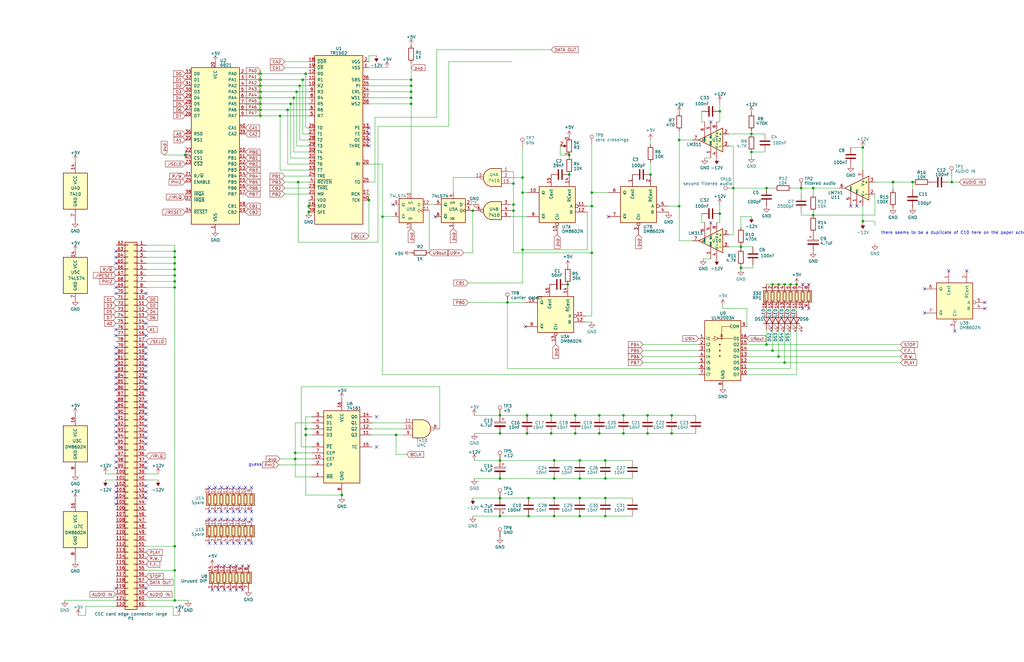
<source format=kicad_sch>
(kicad_sch (version 20230121) (generator eeschema)
  (paper "B")
  (junction (at 325.755 120.015))
  (junction (at 199.39 88.9))
  (junction (at 239.395 120.015))
  (junction (at 328.295 120.015))
  (junction (at 210.82 201.93))
  (junction (at 273.05 175.26))
  (junction (at 128.905 180.975))
  (junction (at 244.475 201.93))
  (junction (at 262.89 182.88))
  (junction (at 309.245 79.375))
  (junction (at 274.32 73.66))
  (junction (at 384.81 76.835))
  (junction (at 128.905 183.515))
  (junction (at 222.25 182.88))
  (junction (at 312.42 104.14))
  (junction (at 125.095 38.735))
  (junction (at 286.385 59.055))
  (junction (at 233.68 217.805))
  (junction (at 173.355 43.815))
  (junction (at 125.73 76.835))
  (junction (at 286.385 86.995))
  (junction (at 124.46 191.135))
  (junction (at 118.11 48.895))
  (junction (at 363.855 62.23))
  (junction (at 210.82 210.185))
  (junction (at 121.285 46.355))
  (junction (at 130.175 89.535))
  (junction (at 232.41 175.26))
  (junction (at 173.355 41.275))
  (junction (at 127.635 33.655))
  (junction (at 303.53 90.17))
  (junction (at 109.855 43.815))
  (junction (at 312.42 113.03))
  (junction (at 123.825 41.275))
  (junction (at 376.555 76.835))
  (junction (at 109.855 31.115))
  (junction (at 316.865 56.515))
  (junction (at 232.41 182.88))
  (junction (at 216.535 77.47))
  (junction (at 330.835 120.015))
  (junction (at 210.82 175.26))
  (junction (at 244.475 217.805))
  (junction (at 255.27 201.93))
  (junction (at 128.905 31.115))
  (junction (at 109.855 36.195))
  (junction (at 325.755 147.955))
  (junction (at 244.475 194.31))
  (junction (at 233.68 201.93))
  (junction (at 240.03 65.405))
  (junction (at 155.575 84.455))
  (junction (at 210.82 217.805))
  (junction (at 73.66 253.365))
  (junction (at 330.835 153.035))
  (junction (at 109.855 46.355))
  (junction (at 233.68 194.31))
  (junction (at 210.82 194.31))
  (junction (at 222.25 175.26))
  (junction (at 401.32 76.835))
  (junction (at 283.21 182.88))
  (junction (at 109.855 33.655))
  (junction (at 316.865 64.135))
  (junction (at 262.89 175.26))
  (junction (at 240.03 73.66))
  (junction (at 73.66 108.585))
  (junction (at 216.535 86.36))
  (junction (at 249.555 81.28))
  (junction (at 78.105 65.405))
  (junction (at 249.555 86.995))
  (junction (at 122.555 43.815))
  (junction (at 255.27 217.805))
  (junction (at 328.295 150.495))
  (junction (at 335.915 120.015))
  (junction (at 73.66 116.205))
  (junction (at 323.215 145.415))
  (junction (at 210.82 182.88))
  (junction (at 255.27 210.185))
  (junction (at 244.475 210.185))
  (junction (at 109.855 38.735))
  (junction (at 242.57 175.26))
  (junction (at 173.355 36.195))
  (junction (at 213.995 127.635))
  (junction (at 73.66 118.745))
  (junction (at 216.535 88.9))
  (junction (at 283.21 175.26))
  (junction (at 73.66 121.285))
  (junction (at 252.73 182.88))
  (junction (at 109.855 41.275))
  (junction (at 109.855 48.895))
  (junction (at 73.66 111.125))
  (junction (at 126.365 36.195))
  (junction (at 73.66 240.665))
  (junction (at 273.05 182.88))
  (junction (at 73.66 230.505))
  (junction (at 363.855 93.345))
  (junction (at 220.345 105.41))
  (junction (at 342.9 90.805))
  (junction (at 220.345 74.93))
  (junction (at 144.145 208.915))
  (junction (at 337.82 79.375))
  (junction (at 233.68 210.185))
  (junction (at 303.53 46.99))
  (junction (at 73.66 106.045))
  (junction (at 222.885 217.805))
  (junction (at 73.66 113.665))
  (junction (at 323.215 79.375))
  (junction (at 167.005 183.515))
  (junction (at 124.46 193.675))
  (junction (at 252.73 175.26))
  (junction (at 130.175 86.995))
  (junction (at 222.885 210.185))
  (junction (at 220.345 81.28))
  (junction (at 173.355 38.735))
  (junction (at 249.555 106.68))
  (junction (at 333.375 120.015))
  (junction (at 173.355 33.655))
  (junction (at 342.9 79.375))
  (junction (at 255.27 194.31))
  (junction (at 161.29 91.44))
  (junction (at 242.57 182.88))
  (no_connect (at 48.895 111.125))
  (no_connect (at 89.535 248.92))
  (no_connect (at 48.895 164.465))
  (no_connect (at 103.505 219.075))
  (no_connect (at 95.885 229.235))
  (no_connect (at 48.895 182.245))
  (no_connect (at 61.595 161.925))
  (no_connect (at 61.595 248.285))
  (no_connect (at 48.895 174.625))
  (no_connect (at 61.595 207.645))
  (no_connect (at 48.895 169.545))
  (no_connect (at 95.885 215.9))
  (no_connect (at 48.895 194.945))
  (no_connect (at 155.575 53.975))
  (no_connect (at 61.595 149.225))
  (no_connect (at 48.895 248.285))
  (no_connect (at 61.595 159.385))
  (no_connect (at 104.775 238.76))
  (no_connect (at 48.895 123.825))
  (no_connect (at 340.995 130.175))
  (no_connect (at 61.595 154.305))
  (no_connect (at 48.895 141.605))
  (no_connect (at 94.615 248.92))
  (no_connect (at 88.265 205.74))
  (no_connect (at 48.895 146.685))
  (no_connect (at 98.425 229.235))
  (no_connect (at 340.995 120.015))
  (no_connect (at 48.895 184.785))
  (no_connect (at 165.735 86.36))
  (no_connect (at 90.805 219.075))
  (no_connect (at 88.265 219.075))
  (no_connect (at 99.695 248.92))
  (no_connect (at 256.54 91.44))
  (no_connect (at 158.75 175.895))
  (no_connect (at 48.895 179.705))
  (no_connect (at 94.615 238.76))
  (no_connect (at 61.595 210.185))
  (no_connect (at 48.895 192.405))
  (no_connect (at 61.595 156.845))
  (no_connect (at 93.345 229.235))
  (no_connect (at 48.895 212.725))
  (no_connect (at 155.575 61.595))
  (no_connect (at 90.805 205.74))
  (no_connect (at 48.895 156.845))
  (no_connect (at 102.235 238.76))
  (no_connect (at 338.455 130.175))
  (no_connect (at 221.615 137.795))
  (no_connect (at 106.045 215.9))
  (no_connect (at 61.595 136.525))
  (no_connect (at 98.425 215.9))
  (no_connect (at 102.235 248.92))
  (no_connect (at 97.155 238.76))
  (no_connect (at 48.895 121.285))
  (no_connect (at 61.595 141.605))
  (no_connect (at 103.505 215.9))
  (no_connect (at 61.595 184.785))
  (no_connect (at 103.505 229.235))
  (no_connect (at 48.895 161.925))
  (no_connect (at 48.895 108.585))
  (no_connect (at 93.345 205.74))
  (no_connect (at 402.59 139.7))
  (no_connect (at 100.965 215.9))
  (no_connect (at 299.72 93.98))
  (no_connect (at 90.805 215.9))
  (no_connect (at 61.595 194.945))
  (no_connect (at 88.265 229.235))
  (no_connect (at 100.965 205.74))
  (no_connect (at 155.575 56.515))
  (no_connect (at 183.515 91.44))
  (no_connect (at 48.895 187.325))
  (no_connect (at 61.595 205.105))
  (no_connect (at 415.29 130.175))
  (no_connect (at 90.805 229.235))
  (no_connect (at 99.695 238.76))
  (no_connect (at 95.885 205.74))
  (no_connect (at 358.775 86.995))
  (no_connect (at 48.895 197.485))
  (no_connect (at 106.045 219.075))
  (no_connect (at 155.575 59.055))
  (no_connect (at 92.075 248.92))
  (no_connect (at 407.67 114.3))
  (no_connect (at 61.595 123.825))
  (no_connect (at 61.595 177.165))
  (no_connect (at 61.595 164.465))
  (no_connect (at 48.895 139.065))
  (no_connect (at 95.885 219.075))
  (no_connect (at 61.595 187.325))
  (no_connect (at 48.895 210.185))
  (no_connect (at 61.595 146.685))
  (no_connect (at 400.05 114.3))
  (no_connect (at 48.895 177.165))
  (no_connect (at 48.895 106.045))
  (no_connect (at 389.89 121.92))
  (no_connect (at 299.72 51.435))
  (no_connect (at 93.345 219.075))
  (no_connect (at 48.895 149.225))
  (no_connect (at 103.505 205.74))
  (no_connect (at 98.425 205.74))
  (no_connect (at 338.455 120.015))
  (no_connect (at 61.595 174.625))
  (no_connect (at 48.895 205.105))
  (no_connect (at 48.895 151.765))
  (no_connect (at 61.595 169.545))
  (no_connect (at 361.315 86.995))
  (no_connect (at 389.89 132.08))
  (no_connect (at 106.045 229.235))
  (no_connect (at 100.965 229.235))
  (no_connect (at 61.595 172.085))
  (no_connect (at 97.155 248.92))
  (no_connect (at 48.895 159.385))
  (no_connect (at 61.595 151.765))
  (no_connect (at 158.75 188.595))
  (no_connect (at 92.075 238.76))
  (no_connect (at 93.345 215.9))
  (no_connect (at 61.595 182.245))
  (no_connect (at 415.29 127.635))
  (no_connect (at 48.895 154.305))
  (no_connect (at 106.045 205.74))
  (no_connect (at 100.965 219.075))
  (no_connect (at 61.595 197.485))
  (no_connect (at 88.265 215.9))
  (no_connect (at 98.425 219.075))
  (no_connect (at 48.895 172.085))
  (no_connect (at 48.895 207.645))
  (no_connect (at 61.595 179.705))
  (wire (pts (xy 274.32 68.58) (xy 274.32 73.66)))
  (wire (pts (xy 307.34 99.06) (xy 309.245 99.06)))
  (wire (pts (xy 118.11 193.675) (xy 124.46 193.675)))
  (wire (pts (xy 184.15 20.955) (xy 232.41 20.955)))
  (wire (pts (xy 117.475 196.215) (xy 131.445 196.215)))
  (wire (pts (xy 330.835 139.065) (xy 330.835 153.035)))
  (wire (pts (xy 309.245 79.375) (xy 323.215 79.375)))
  (wire (pts (xy 297.18 93.98) (xy 295.91 93.98)))
  (wire (pts (xy 200.025 182.88) (xy 210.82 182.88)))
  (wire (pts (xy 233.68 210.185) (xy 244.475 210.185)))
  (wire (pts (xy 297.18 66.675) (xy 299.72 66.675)))
  (wire (pts (xy 325.755 131.445) (xy 325.755 130.175)))
  (wire (pts (xy 303.53 86.36) (xy 303.53 90.17)))
  (wire (pts (xy 337.82 81.915) (xy 337.82 79.375)))
  (wire (pts (xy 159.385 53.34) (xy 189.23 53.34)))
  (wire (pts (xy 222.25 182.88) (xy 232.41 182.88)))
  (wire (pts (xy 124.46 178.435) (xy 131.445 178.435)))
  (wire (pts (xy 222.885 210.185) (xy 233.68 210.185)))
  (wire (pts (xy 109.855 43.815) (xy 122.555 43.815)))
  (wire (pts (xy 123.825 41.275) (xy 130.175 41.275)))
  (wire (pts (xy 155.575 76.835) (xy 158.115 76.835)))
  (wire (pts (xy 73.66 230.505) (xy 73.66 240.665)))
  (wire (pts (xy 210.82 201.93) (xy 233.68 201.93)))
  (wire (pts (xy 249.555 135.89) (xy 247.015 135.89)))
  (wire (pts (xy 61.595 103.505) (xy 73.66 103.505)))
  (wire (pts (xy 73.66 253.365) (xy 79.375 253.365)))
  (wire (pts (xy 247.65 105.41) (xy 220.345 105.41)))
  (wire (pts (xy 61.595 108.585) (xy 73.66 108.585)))
  (wire (pts (xy 249.555 106.68) (xy 216.535 106.68)))
  (wire (pts (xy 236.22 65.405) (xy 236.22 61.595)))
  (wire (pts (xy 401.32 76.835) (xy 401.32 74.295)))
  (wire (pts (xy 242.57 175.26) (xy 252.73 175.26)))
  (wire (pts (xy 130.175 53.975) (xy 128.905 53.975)))
  (wire (pts (xy 124.46 191.135) (xy 131.445 191.135)))
  (wire (pts (xy 121.285 69.215) (xy 121.285 46.355)))
  (wire (pts (xy 281.94 86.995) (xy 286.385 86.995)))
  (wire (pts (xy 296.545 109.22) (xy 299.72 109.22)))
  (wire (pts (xy 330.835 120.015) (xy 333.375 120.015)))
  (wire (pts (xy 73.66 106.045) (xy 61.595 106.045)))
  (wire (pts (xy 337.82 89.535) (xy 337.82 90.805)))
  (wire (pts (xy 342.9 79.375) (xy 353.695 79.375)))
  (wire (pts (xy 249.555 106.68) (xy 249.555 133.35)))
  (wire (pts (xy 78.105 81.915) (xy 78.105 84.455)))
  (wire (pts (xy 78.105 64.135) (xy 78.105 65.405)))
  (wire (pts (xy 180.975 106.68) (xy 180.975 88.9)))
  (wire (pts (xy 314.96 153.035) (xy 330.835 153.035)))
  (wire (pts (xy 216.535 86.36) (xy 216.535 88.9)))
  (wire (pts (xy 109.855 33.655) (xy 127.635 33.655)))
  (wire (pts (xy 283.21 182.88) (xy 293.37 182.88)))
  (wire (pts (xy 161.29 158.115) (xy 294.64 158.115)))
  (wire (pts (xy 323.215 131.445) (xy 323.215 130.175)))
  (wire (pts (xy 307.34 56.515) (xy 316.865 56.515)))
  (wire (pts (xy 61.595 200.025) (xy 66.675 200.025)))
  (wire (pts (xy 233.68 201.93) (xy 244.475 201.93)))
  (wire (pts (xy 273.05 182.88) (xy 283.21 182.88)))
  (wire (pts (xy 335.915 139.065) (xy 335.915 158.115)))
  (wire (pts (xy 244.475 194.31) (xy 255.27 194.31)))
  (wire (pts (xy 126.365 59.055) (xy 126.365 36.195)))
  (wire (pts (xy 130.175 59.055) (xy 126.365 59.055)))
  (wire (pts (xy 118.11 71.755) (xy 118.11 48.895)))
  (wire (pts (xy 333.375 120.015) (xy 335.915 120.015)))
  (wire (pts (xy 376.555 76.835) (xy 384.81 76.835)))
  (wire (pts (xy 128.905 183.515) (xy 131.445 183.515)))
  (wire (pts (xy 155.575 23.495) (xy 155.575 26.035)))
  (wire (pts (xy 312.42 104.775) (xy 312.42 104.14)))
  (wire (pts (xy 309.245 61.595) (xy 309.245 79.375)))
  (wire (pts (xy 189.23 26.035) (xy 215.9 26.035)))
  (wire (pts (xy 155.575 33.655) (xy 173.355 33.655)))
  (wire (pts (xy 363.855 62.23) (xy 358.775 62.23)))
  (wire (pts (xy 120.015 74.295) (xy 130.175 74.295)))
  (wire (pts (xy 323.215 139.065) (xy 323.215 145.415)))
  (wire (pts (xy 155.575 36.195) (xy 173.355 36.195)))
  (wire (pts (xy 158.75 23.495) (xy 155.575 23.495)))
  (wire (pts (xy 191.135 74.93) (xy 191.135 81.28)))
  (wire (pts (xy 103.505 38.735) (xy 109.855 38.735)))
  (wire (pts (xy 199.39 210.185) (xy 210.82 210.185)))
  (wire (pts (xy 128.905 208.915) (xy 144.145 208.915)))
  (wire (pts (xy 249.555 60.96) (xy 249.555 81.28)))
  (wire (pts (xy 316.865 91.44) (xy 312.42 91.44)))
  (wire (pts (xy 121.285 46.355) (xy 130.175 46.355)))
  (wire (pts (xy 328.295 131.445) (xy 328.295 130.175)))
  (wire (pts (xy 170.18 180.975) (xy 156.845 180.975)))
  (wire (pts (xy 303.53 43.18) (xy 303.53 46.99)))
  (wire (pts (xy 322.58 64.135) (xy 316.865 64.135)))
  (wire (pts (xy 197.485 119.38) (xy 220.345 119.38)))
  (wire (pts (xy 335.915 131.445) (xy 335.915 130.175)))
  (wire (pts (xy 127 163.195) (xy 127 188.595)))
  (wire (pts (xy 292.1 59.055) (xy 286.385 59.055)))
  (wire (pts (xy 118.11 48.895) (xy 130.175 48.895)))
  (wire (pts (xy 216.535 88.9) (xy 216.535 106.68)))
  (wire (pts (xy 213.995 155.575) (xy 294.64 155.575)))
  (wire (pts (xy 103.505 48.895) (xy 109.855 48.895)))
  (wire (pts (xy 312.42 113.03) (xy 317.5 113.03)))
  (wire (pts (xy 128.905 180.975) (xy 131.445 180.975)))
  (wire (pts (xy 73.025 255.905) (xy 61.595 255.905)))
  (wire (pts (xy 368.935 90.805) (xy 368.935 81.915)))
  (wire (pts (xy 61.595 240.665) (xy 73.66 240.665)))
  (wire (pts (xy 124.46 193.675) (xy 124.46 191.135)))
  (wire (pts (xy 44.45 202.565) (xy 48.895 202.565)))
  (wire (pts (xy 233.68 194.31) (xy 244.475 194.31)))
  (wire (pts (xy 286.385 55.245) (xy 286.385 59.055)))
  (wire (pts (xy 131.445 175.895) (xy 128.905 175.895)))
  (wire (pts (xy 124.46 201.295) (xy 124.46 193.675)))
  (wire (pts (xy 249.555 133.35) (xy 247.015 133.35)))
  (wire (pts (xy 222.885 217.805) (xy 233.68 217.805)))
  (wire (pts (xy 44.45 200.025) (xy 48.895 200.025)))
  (wire (pts (xy 130.175 64.135) (xy 123.825 64.135)))
  (wire (pts (xy 171.45 191.77) (xy 167.005 191.77)))
  (wire (pts (xy 333.375 139.065) (xy 333.375 155.575)))
  (wire (pts (xy 130.175 69.215) (xy 121.285 69.215)))
  (wire (pts (xy 161.29 69.215) (xy 161.29 91.44)))
  (wire (pts (xy 170.18 183.515) (xy 167.005 183.515)))
  (wire (pts (xy 69.215 65.405) (xy 78.105 65.405)))
  (wire (pts (xy 61.595 230.505) (xy 73.66 230.505)))
  (wire (pts (xy 118.11 71.755) (xy 130.175 71.755)))
  (wire (pts (xy 244.475 210.185) (xy 255.27 210.185)))
  (wire (pts (xy 376.555 80.01) (xy 376.555 76.835)))
  (wire (pts (xy 255.27 210.185) (xy 266.7 210.185)))
  (wire (pts (xy 295.91 46.99) (xy 295.91 51.435)))
  (wire (pts (xy 126.365 36.195) (xy 130.175 36.195)))
  (wire (pts (xy 274.32 59.055) (xy 274.32 60.96)))
  (wire (pts (xy 128.905 31.115) (xy 130.175 31.115)))
  (wire (pts (xy 103.505 33.655) (xy 109.855 33.655)))
  (wire (pts (xy 73.66 121.285) (xy 73.66 118.745)))
  (wire (pts (xy 144.145 209.55) (xy 144.145 208.915)))
  (wire (pts (xy 127.635 33.655) (xy 130.175 33.655)))
  (wire (pts (xy 271.145 145.415) (xy 294.64 145.415)))
  (wire (pts (xy 109.855 31.115) (xy 128.905 31.115)))
  (wire (pts (xy 363.855 71.755) (xy 363.855 62.23)))
  (wire (pts (xy 363.855 86.995) (xy 363.855 93.345)))
  (wire (pts (xy 303.53 90.17) (xy 303.53 93.98)))
  (wire (pts (xy 314.96 150.495) (xy 328.295 150.495)))
  (wire (pts (xy 128.905 180.975) (xy 128.905 183.515)))
  (wire (pts (xy 61.595 118.745) (xy 73.66 118.745)))
  (wire (pts (xy 271.145 150.495) (xy 294.64 150.495)))
  (wire (pts (xy 103.505 36.195) (xy 109.855 36.195)))
  (wire (pts (xy 273.05 175.26) (xy 283.21 175.26)))
  (wire (pts (xy 304.8 130.175) (xy 304.8 128.905)))
  (wire (pts (xy 173.355 36.195) (xy 173.355 38.735)))
  (wire (pts (xy 316.865 56.515) (xy 322.58 56.515)))
  (wire (pts (xy 128.905 53.975) (xy 128.905 31.115)))
  (wire (pts (xy 125.095 38.735) (xy 130.175 38.735)))
  (wire (pts (xy 384.81 80.01) (xy 384.81 76.835)))
  (wire (pts (xy 312.42 91.44) (xy 312.42 95.885)))
  (wire (pts (xy 103.505 41.275) (xy 109.855 41.275)))
  (wire (pts (xy 61.595 253.365) (xy 73.66 253.365)))
  (wire (pts (xy 155.575 81.915) (xy 155.575 84.455)))
  (wire (pts (xy 109.855 37.465) (xy 109.855 38.735)))
  (wire (pts (xy 103.505 31.115) (xy 109.855 31.115)))
  (wire (pts (xy 216.535 88.9) (xy 215.265 88.9)))
  (wire (pts (xy 330.835 153.035) (xy 379.73 153.035)))
  (wire (pts (xy 216.535 77.47) (xy 216.535 86.36)))
  (wire (pts (xy 61.595 116.205) (xy 73.66 116.205)))
  (wire (pts (xy 304.8 130.175) (xy 314.96 130.175)))
  (wire (pts (xy 127 163.195) (xy 185.42 163.195)))
  (wire (pts (xy 210.82 194.31) (xy 233.68 194.31)))
  (wire (pts (xy 199.39 88.9) (xy 200.025 88.9)))
  (wire (pts (xy 170.18 178.435) (xy 156.845 178.435)))
  (wire (pts (xy 247.65 86.995) (xy 249.555 86.995)))
  (wire (pts (xy 314.96 158.115) (xy 335.915 158.115)))
  (wire (pts (xy 200.025 74.93) (xy 191.135 74.93)))
  (wire (pts (xy 215.265 74.93) (xy 220.345 74.93)))
  (wire (pts (xy 222.25 175.26) (xy 232.41 175.26)))
  (wire (pts (xy 255.27 194.31) (xy 266.7 194.31)))
  (wire (pts (xy 240.03 65.405) (xy 240.03 66.04)))
  (wire (pts (xy 75.565 259.715) (xy 73.025 259.715)))
  (wire (pts (xy 131.445 201.295) (xy 124.46 201.295)))
  (wire (pts (xy 73.66 240.665) (xy 73.66 253.365)))
  (wire (pts (xy 303.53 46.99) (xy 303.53 51.435)))
  (wire (pts (xy 73.66 116.205) (xy 73.66 113.665)))
  (wire (pts (xy 404.495 76.835) (xy 401.32 76.835)))
  (wire (pts (xy 109.855 46.355) (xy 121.285 46.355)))
  (wire (pts (xy 252.73 175.26) (xy 262.89 175.26)))
  (wire (pts (xy 163.195 28.575) (xy 155.575 28.575)))
  (wire (pts (xy 109.855 45.085) (xy 109.855 46.355)))
  (wire (pts (xy 328.295 139.065) (xy 328.295 150.495)))
  (wire (pts (xy 128.905 175.895) (xy 128.905 180.975)))
  (wire (pts (xy 286.385 101.6) (xy 292.1 101.6)))
  (wire (pts (xy 220.345 62.23) (xy 220.345 74.93)))
  (wire (pts (xy 337.82 90.805) (xy 342.9 90.805)))
  (wire (pts (xy 220.345 81.28) (xy 220.345 105.41)))
  (wire (pts (xy 73.66 113.665) (xy 61.595 113.665)))
  (wire (pts (xy 325.755 139.065) (xy 325.755 147.955)))
  (wire (pts (xy 120.015 81.915) (xy 130.175 81.915)))
  (wire (pts (xy 127 188.595) (xy 131.445 188.595)))
  (wire (pts (xy 215.265 91.44) (xy 222.25 91.44)))
  (wire (pts (xy 120.015 26.035) (xy 130.175 26.035)))
  (wire (pts (xy 210.82 217.805) (xy 222.885 217.805)))
  (wire (pts (xy 109.855 38.735) (xy 125.095 38.735)))
  (wire (pts (xy 295.91 90.17) (xy 295.91 93.98)))
  (wire (pts (xy 173.355 41.275) (xy 173.355 43.815)))
  (wire (pts (xy 103.505 46.355) (xy 109.855 46.355)))
  (wire (pts (xy 210.82 210.185) (xy 222.885 210.185)))
  (wire (pts (xy 199.39 217.805) (xy 210.82 217.805)))
  (wire (pts (xy 334.01 79.375) (xy 337.82 79.375)))
  (wire (pts (xy 109.855 42.545) (xy 109.855 43.815)))
  (wire (pts (xy 130.175 61.595) (xy 125.095 61.595)))
  (wire (pts (xy 216.535 86.36) (xy 215.265 86.36)))
  (wire (pts (xy 247.65 89.535) (xy 247.65 105.41)))
  (wire (pts (xy 220.345 105.41) (xy 220.345 119.38)))
  (wire (pts (xy 317.5 113.03) (xy 317.5 111.76)))
  (wire (pts (xy 220.345 81.28) (xy 222.25 81.28)))
  (wire (pts (xy 173.355 38.735) (xy 173.355 41.275)))
  (wire (pts (xy 73.66 113.665) (xy 73.66 111.125)))
  (wire (pts (xy 233.68 217.805) (xy 244.475 217.805)))
  (wire (pts (xy 368.935 95.25) (xy 368.935 93.345)))
  (wire (pts (xy 120.015 76.835) (xy 125.73 76.835)))
  (wire (pts (xy 159.385 102.235) (xy 159.385 53.34)))
  (wire (pts (xy 27.305 253.365) (xy 48.895 253.365)))
  (wire (pts (xy 213.995 127.635) (xy 213.995 155.575)))
  (wire (pts (xy 297.18 51.435) (xy 295.91 51.435)))
  (wire (pts (xy 256.54 81.28) (xy 249.555 81.28)))
  (wire (pts (xy 155.575 84.455) (xy 155.575 99.695)))
  (wire (pts (xy 198.755 86.36) (xy 198.755 85.09)))
  (wire (pts (xy 368.935 93.345) (xy 363.855 93.345)))
  (wire (pts (xy 249.555 81.28) (xy 249.555 86.995)))
  (wire (pts (xy 197.485 127.635) (xy 213.995 127.635)))
  (wire (pts (xy 255.27 217.805) (xy 266.7 217.805)))
  (wire (pts (xy 325.755 120.015) (xy 328.295 120.015)))
  (wire (pts (xy 302.26 93.98) (xy 303.53 93.98)))
  (wire (pts (xy 302.26 51.435) (xy 303.53 51.435)))
  (wire (pts (xy 198.755 85.09) (xy 200.66 85.09)))
  (wire (pts (xy 199.39 88.9) (xy 199.39 106.68)))
  (wire (pts (xy 130.175 84.455) (xy 130.175 86.995)))
  (wire (pts (xy 240.03 65.405) (xy 236.22 65.405)))
  (wire (pts (xy 199.39 106.68) (xy 195.58 106.68)))
  (wire (pts (xy 337.82 79.375) (xy 342.9 79.375)))
  (wire (pts (xy 309.245 79.375) (xy 309.245 99.06)))
  (wire (pts (xy 271.145 147.955) (xy 294.64 147.955)))
  (wire (pts (xy 158.115 76.835) (xy 158.115 49.53)))
  (wire (pts (xy 323.215 145.415) (xy 379.73 145.415)))
  (wire (pts (xy 368.935 76.835) (xy 376.555 76.835)))
  (wire (pts (xy 158.115 49.53) (xy 184.15 49.53)))
  (wire (pts (xy 342.9 90.805) (xy 368.935 90.805)))
  (wire (pts (xy 73.66 108.585) (xy 73.66 106.045)))
  (wire (pts (xy 120.015 79.375) (xy 130.175 79.375)))
  (wire (pts (xy 323.215 79.375) (xy 326.39 79.375)))
  (wire (pts (xy 161.29 91.44) (xy 161.29 158.115)))
  (wire (pts (xy 155.575 43.815) (xy 173.355 43.815)))
  (wire (pts (xy 312.42 104.14) (xy 317.5 104.14)))
  (wire (pts (xy 216.535 77.47) (xy 215.265 77.47)))
  (wire (pts (xy 36.195 255.905) (xy 48.895 255.905)))
  (wire (pts (xy 109.855 36.195) (xy 126.365 36.195)))
  (wire (pts (xy 122.555 43.815) (xy 130.175 43.815)))
  (wire (pts (xy 173.355 43.815) (xy 173.355 81.28)))
  (wire (pts (xy 125.73 76.835) (xy 125.73 102.235)))
  (wire (pts (xy 242.57 182.88) (xy 252.73 182.88)))
  (wire (pts (xy 61.595 121.285) (xy 73.66 121.285)))
  (wire (pts (xy 333.375 131.445) (xy 333.375 130.175)))
  (wire (pts (xy 184.15 49.53) (xy 184.15 20.955)))
  (wire (pts (xy 155.575 69.215) (xy 161.29 69.215)))
  (wire (pts (xy 36.195 259.715) (xy 36.195 255.905)))
  (wire (pts (xy 210.82 182.88) (xy 222.25 182.88)))
  (wire (pts (xy 314.96 155.575) (xy 333.375 155.575)))
  (wire (pts (xy 325.755 147.955) (xy 379.73 147.955)))
  (wire (pts (xy 198.755 88.9) (xy 199.39 88.9)))
  (wire (pts (xy 309.245 61.595) (xy 307.34 61.595)))
  (wire (pts (xy 128.905 183.515) (xy 128.905 208.915)))
  (wire (pts (xy 122.555 66.675) (xy 130.175 66.675)))
  (wire (pts (xy 312.42 113.665) (xy 312.42 113.03)))
  (wire (pts (xy 109.855 29.845) (xy 109.855 31.115)))
  (wire (pts (xy 314.96 130.175) (xy 314.96 137.795)))
  (wire (pts (xy 342.9 89.535) (xy 342.9 90.805)))
  (wire (pts (xy 330.835 131.445) (xy 330.835 130.175)))
  (wire (pts (xy 31.75 236.22) (xy 31.75 236.855)))
  (wire (pts (xy 271.145 153.035) (xy 294.64 153.035)))
  (wire (pts (xy 127.635 56.515) (xy 127.635 33.655)))
  (wire (pts (xy 213.995 127.635) (xy 221.615 127.635)))
  (wire (pts (xy 328.295 120.015) (xy 330.835 120.015)))
  (wire (pts (xy 262.89 175.26) (xy 273.05 175.26)))
  (wire (pts (xy 200.025 201.93) (xy 210.82 201.93)))
  (wire (pts (xy 262.89 182.88) (xy 273.05 182.88)))
  (wire (pts (xy 103.505 43.815) (xy 109.855 43.815)))
  (wire (pts (xy 123.825 64.135) (xy 123.825 41.275)))
  (wire (pts (xy 328.295 150.495) (xy 379.73 150.495)))
  (wire (pts (xy 125.73 76.835) (xy 130.175 76.835)))
  (wire (pts (xy 109.855 41.275) (xy 123.825 41.275)))
  (wire (pts (xy 252.73 182.88) (xy 262.89 182.88)))
  (wire (pts (xy 125.095 61.595) (xy 125.095 38.735)))
  (wire (pts (xy 314.96 147.955) (xy 325.755 147.955)))
  (wire (pts (xy 109.855 34.925) (xy 109.855 36.195)))
  (wire (pts (xy 200.025 194.31) (xy 210.82 194.31)))
  (wire (pts (xy 220.345 74.93) (xy 220.345 81.28)))
  (wire (pts (xy 78.105 65.405) (xy 78.105 66.675)))
  (wire (pts (xy 363.855 93.345) (xy 363.855 93.98)))
  (wire (pts (xy 73.66 106.045) (xy 73.66 103.505)))
  (wire (pts (xy 249.555 86.995) (xy 249.555 106.68)))
  (wire (pts (xy 155.575 41.275) (xy 173.355 41.275)))
  (wire (pts (xy 244.475 201.93) (xy 255.27 201.93)))
  (wire (pts (xy 314.96 145.415) (xy 323.215 145.415)))
  (wire (pts (xy 124.46 191.135) (xy 124.46 178.435)))
  (wire (pts (xy 216.535 72.39) (xy 215.265 72.39)))
  (wire (pts (xy 180.975 86.36) (xy 183.515 86.36)))
  (wire (pts (xy 73.66 111.125) (xy 61.595 111.125)))
  (wire (pts (xy 73.66 121.285) (xy 73.66 230.505)))
  (wire (pts (xy 122.555 66.675) (xy 122.555 43.815)))
  (wire (pts (xy 216.535 77.47) (xy 216.535 72.39)))
  (wire (pts (xy 232.41 182.88) (xy 242.57 182.88)))
  (wire (pts (xy 286.385 59.055) (xy 286.385 86.995)))
  (wire (pts (xy 120.015 28.575) (xy 130.175 28.575)))
  (wire (pts (xy 316.865 64.135) (xy 316.865 66.04)))
  (wire (pts (xy 316.865 55.245) (xy 316.865 56.515)))
  (wire (pts (xy 244.475 217.805) (xy 255.27 217.805)))
  (wire (pts (xy 165.735 91.44) (xy 161.29 91.44)))
  (wire (pts (xy 189.23 53.34) (xy 189.23 26.035)))
  (wire (pts (xy 73.66 111.125) (xy 73.66 108.585)))
  (wire (pts (xy 73.66 118.745) (xy 73.66 116.205)))
  (wire (pts (xy 61.595 202.565) (xy 66.675 202.565)))
  (wire (pts (xy 155.575 38.735) (xy 173.355 38.735)))
  (wire (pts (xy 255.27 201.93) (xy 266.7 201.93)))
  (wire (pts (xy 167.005 191.77) (xy 167.005 183.515)))
  (wire (pts (xy 286.385 86.995) (xy 286.385 101.6)))
  (wire (pts (xy 200.025 175.26) (xy 210.82 175.26)))
  (wire (pts (xy 109.855 47.625) (xy 109.855 48.895)))
  (wire (pts (xy 232.41 175.26) (xy 242.57 175.26)))
  (wire (pts (xy 36.195 259.715) (xy 33.02 259.715)))
  (wire (pts (xy 312.42 113.03) (xy 312.42 112.395)))
  (wire (pts (xy 323.215 120.015) (xy 325.755 120.015)))
  (wire (pts (xy 109.855 48.895) (xy 118.11 48.895)))
  (wire (pts (xy 283.21 175.26) (xy 293.37 175.26)))
  (wire (pts (xy 312.42 104.14) (xy 312.42 103.505)))
  (wire (pts (xy 307.34 104.14) (xy 312.42 104.14)))
  (wire (pts (xy 342.9 81.915) (xy 342.9 79.375)))
  (wire (pts (xy 124.46 193.675) (xy 131.445 193.675)))
  (wire (pts (xy 73.025 259.715) (xy 73.025 255.905)))
  (wire (pts (xy 109.855 40.005) (xy 109.855 41.275)))
  (wire (pts (xy 400.05 76.835) (xy 401.32 76.835)))
  (wire (pts (xy 167.005 183.515) (xy 156.845 183.515)))
  (wire (pts (xy 173.355 33.655) (xy 173.355 36.195)))
  (wire (pts (xy 173.355 26.67) (xy 173.355 33.655)))
  (wire (pts (xy 210.82 175.26) (xy 222.25 175.26)))
  (wire (pts (xy 185.42 180.975) (xy 185.42 163.195)))
  (wire (pts (xy 130.175 86.995) (xy 130.175 89.535)))
  (wire (pts (xy 125.73 102.235) (xy 159.385 102.235)))
  (wire (pts (xy 130.175 56.515) (xy 127.635 56.515)))
  (wire (pts (xy 109.855 32.385) (xy 109.855 33.655)))
  (text "there seems to be a duplicate of C10 here on the paper schematic" (at 371.475 99.06 0) (effects (font (size 1.27 1.27)) (justify left bottom)))
  (text "guess" (at 104.775 196.85 0) (effects (font (size 1.27 1.27)) (justify left bottom)))
  (global_label "{slash}RESET" (shape input) (at 78.105 89.535 180) (property "Intersheetrefs" "${INTERSHEET_REFS}" (effects hide)))
  (global_label "D7" (shape input) (at 48.895 133.985 180) (property "Intersheetrefs" "${INTERSHEET_REFS}" (effects hide)))
  (global_label "PB6" (shape input) (at 271.145 150.495 180) (property "Intersheetrefs" "${INTERSHEET_REFS}" (effects hide)))
  (global_label "DATA OUT" (shape input) (at 61.595 245.745 0) (property "Intersheetrefs" "${INTERSHEET_REFS}" (effects hide)))
  (global_label "R{slash}~{W}" (shape input) (at 78.105 74.295 180) (property "Intersheetrefs" "${INTERSHEET_REFS}" (effects hide)))
  (global_label "PB0" (shape input) (at 103.505 64.135 0) (property "Intersheetrefs" "${INTERSHEET_REFS}" (effects hide)))
  (global_label "D6" (shape input) (at 78.105 46.355 180) (property "Intersheetrefs" "${INTERSHEET_REFS}" (effects hide)))
  (global_label "PA0" (shape input) (at 109.855 29.845 180) (property "Intersheetrefs" "${INTERSHEET_REFS}" (effects hide)))
  (global_label "PB4" (shape input) (at 103.505 74.295 0) (property "Intersheetrefs" "${INTERSHEET_REFS}" (effects hide)))
  (global_label "BCLK" (shape input) (at 171.45 191.77 0) (property "Intersheetrefs" "${INTERSHEET_REFS}" (effects hide)))
  (global_label "D4" (shape input) (at 78.105 41.275 180) (property "Intersheetrefs" "${INTERSHEET_REFS}" (effects hide)))
  (global_label "PA4" (shape input) (at 109.855 40.005 180) (property "Intersheetrefs" "${INTERSHEET_REFS}" (effects hide)))
  (global_label "D2" (shape input) (at 78.105 36.195 180) (property "Intersheetrefs" "${INTERSHEET_REFS}" (effects hide)))
  (global_label "PB1" (shape input) (at 103.505 66.675 0) (property "Intersheetrefs" "${INTERSHEET_REFS}" (effects hide)))
  (global_label "CB2" (shape input) (at 103.505 89.535 0) (property "Intersheetrefs" "${INTERSHEET_REFS}" (effects hide)))
  (global_label "F.F." (shape input) (at 379.73 147.955 0) (property "Intersheetrefs" "${INTERSHEET_REFS}" (effects hide)))
  (global_label "pup" (shape input) (at 173.355 28.575 0) (property "Intersheetrefs" "${INTERSHEET_REFS}" (effects hide)))
  (global_label "PA1" (shape input) (at 109.855 32.385 180) (property "Intersheetrefs" "${INTERSHEET_REFS}" (effects hide)))
  (global_label "D3" (shape input) (at 48.895 128.905 180) (property "Intersheetrefs" "${INTERSHEET_REFS}" (effects hide)))
  (global_label "pup" (shape input) (at 234.95 99.06 270) (property "Intersheetrefs" "${INTERSHEET_REFS}" (effects hide)))
  (global_label "PB0" (shape input) (at 197.485 127.635 180) (property "Intersheetrefs" "${INTERSHEET_REFS}" (effects hide)))
  (global_label "PB7" (shape input) (at 103.505 81.915 0) (property "Intersheetrefs" "${INTERSHEET_REFS}" (effects hide)))
  (global_label "{slash}IRLQ" (shape input) (at 61.595 192.405 0) (property "Intersheetrefs" "${INTERSHEET_REFS}" (effects hide)))
  (global_label "PB2" (shape input) (at 120.015 81.915 180) (property "Intersheetrefs" "${INTERSHEET_REFS}" (effects hide)))
  (global_label "R.W." (shape input) (at 379.73 150.495 0) (property "Intersheetrefs" "${INTERSHEET_REFS}" (effects hide)))
  (global_label "PA5" (shape input) (at 109.855 42.545 180) (property "Intersheetrefs" "${INTERSHEET_REFS}" (effects hide)))
  (global_label "pup" (shape input) (at 191.135 96.52 270) (property "Intersheetrefs" "${INTERSHEET_REFS}" (effects hide)))
  (global_label "D6" (shape input) (at 61.595 133.985 0) (property "Intersheetrefs" "${INTERSHEET_REFS}" (effects hide)))
  (global_label "D0" (shape input) (at 78.105 31.115 180) (property "Intersheetrefs" "${INTERSHEET_REFS}" (effects hide)))
  (global_label "U9out" (shape input) (at 180.975 106.68 0) (property "Intersheetrefs" "${INTERSHEET_REFS}" (effects hide)))
  (global_label "PA7" (shape input) (at 109.855 47.625 180) (property "Intersheetrefs" "${INTERSHEET_REFS}" (effects hide)))
  (global_label "CA2" (shape input) (at 103.505 56.515 0) (property "Intersheetrefs" "${INTERSHEET_REFS}" (effects hide)))
  (global_label "PLAY" (shape input) (at 379.73 153.035 0) (property "Intersheetrefs" "${INTERSHEET_REFS}" (effects hide)))
  (global_label "A0" (shape input) (at 78.105 56.515 180) (property "Intersheetrefs" "${INTERSHEET_REFS}" (effects hide)))
  (global_label "PHI2" (shape input) (at 48.895 118.745 180) (property "Intersheetrefs" "${INTERSHEET_REFS}" (effects hide)))
  (global_label "STOP" (shape input) (at 61.595 243.205 0) (property "Intersheetrefs" "${INTERSHEET_REFS}" (effects hide)))
  (global_label "pup" (shape input) (at 118.11 193.675 180) (property "Intersheetrefs" "${INTERSHEET_REFS}" (effects hide)))
  (global_label "AUDIO IN" (shape input) (at 61.595 250.825 0) (property "Intersheetrefs" "${INTERSHEET_REFS}" (effects hide)))
  (global_label "pup" (shape input) (at 269.24 99.06 270) (property "Intersheetrefs" "${INTERSHEET_REFS}" (effects hide)))
  (global_label "PHI2" (shape input) (at 78.105 76.835 180) (property "Intersheetrefs" "${INTERSHEET_REFS}" (effects hide)))
  (global_label "{slash}RESET" (shape input) (at 48.895 116.205 180) (property "Intersheetrefs" "${INTERSHEET_REFS}" (effects hide)))
  (global_label "PB5" (shape input) (at 271.145 147.955 180) (property "Intersheetrefs" "${INTERSHEET_REFS}" (effects hide)))
  (global_label "R.W." (shape input) (at 61.595 235.585 0) (property "Intersheetrefs" "${INTERSHEET_REFS}" (effects hide)))
  (global_label "PB6" (shape input) (at 103.505 79.375 0) (property "Intersheetrefs" "${INTERSHEET_REFS}" (effects hide)))
  (global_label "PHI2" (shape input) (at 117.475 196.215 180) (property "Intersheetrefs" "${INTERSHEET_REFS}" (effects hide)))
  (global_label "U9in" (shape input) (at 195.58 106.68 180) (property "Intersheetrefs" "${INTERSHEET_REFS}" (effects hide)))
  (global_label "CB1" (shape input) (at 197.485 119.38 180) (property "Intersheetrefs" "${INTERSHEET_REFS}" (effects hide)))
  (global_label "R{slash}~{W}" (shape input) (at 48.895 113.665 180) (property "Intersheetrefs" "${INTERSHEET_REFS}" (effects hide)))
  (global_label "D1" (shape input) (at 78.105 33.655 180) (property "Intersheetrefs" "${INTERSHEET_REFS}" (effects hide)))
  (global_label "PB2" (shape input) (at 103.505 69.215 0) (property "Intersheetrefs" "${INTERSHEET_REFS}" (effects hide)))
  (global_label "PB1" (shape input) (at 120.015 74.295 180) (property "Intersheetrefs" "${INTERSHEET_REFS}" (effects hide)))
  (global_label "D0" (shape input) (at 61.595 126.365 0) (property "Intersheetrefs" "${INTERSHEET_REFS}" (effects hide)))
  (global_label "PB3" (shape input) (at 120.015 76.835 180) (property "Intersheetrefs" "${INTERSHEET_REFS}" (effects hide)))
  (global_label "BCLK" (shape input) (at 155.575 99.695 180) (property "Intersheetrefs" "${INTERSHEET_REFS}" (effects hide)))
  (global_label "PLAY" (shape input) (at 61.595 233.045 0) (property "Intersheetrefs" "${INTERSHEET_REFS}" (effects hide)))
  (global_label "U9out" (shape input) (at 314.96 142.875 0) (property "Intersheetrefs" "${INTERSHEET_REFS}" (effects hide)))
  (global_label "AUDIO IN" (shape input) (at 404.495 76.835 0) (property "Intersheetrefs" "${INTERSHEET_REFS}" (effects hide)))
  (global_label "PB3" (shape input) (at 103.505 71.755 0) (property "Intersheetrefs" "${INTERSHEET_REFS}" (effects hide)))
  (global_label "PA6" (shape input) (at 109.855 45.085 180) (property "Intersheetrefs" "${INTERSHEET_REFS}" (effects hide)))
  (global_label "PA3" (shape input) (at 109.855 37.465 180) (property "Intersheetrefs" "${INTERSHEET_REFS}" (effects hide)))
  (global_label "D2" (shape input) (at 61.595 128.905 0) (property "Intersheetrefs" "${INTERSHEET_REFS}" (effects hide)))
  (global_label "pup" (shape input) (at 234.315 145.415 270) (property "Intersheetrefs" "${INTERSHEET_REFS}" (effects hide)))
  (global_label "PB4" (shape input) (at 271.145 145.415 180) (property "Intersheetrefs" "${INTERSHEET_REFS}" (effects hide)))
  (global_label "D7" (shape input) (at 78.105 48.895 180) (property "Intersheetrefs" "${INTERSHEET_REFS}" (effects hide)))
  (global_label "D5" (shape input) (at 48.895 131.445 180) (property "Intersheetrefs" "${INTERSHEET_REFS}" (effects hide)))
  (global_label "pup" (shape input) (at 69.215 65.405 90) (property "Intersheetrefs" "${INTERSHEET_REFS}" (effects hide)))
  (global_label "D4" (shape input) (at 61.595 131.445 0) (property "Intersheetrefs" "${INTERSHEET_REFS}" (effects hide)))
  (global_label "D1" (shape input) (at 48.895 126.365 180) (property "Intersheetrefs" "${INTERSHEET_REFS}" (effects hide)))
  (global_label "A1" (shape input) (at 78.105 59.055 180) (property "Intersheetrefs" "${INTERSHEET_REFS}" (effects hide)))
  (global_label "D3" (shape input) (at 78.105 38.735 180) (property "Intersheetrefs" "${INTERSHEET_REFS}" (effects hide)))
  (global_label "D5" (shape input) (at 78.105 43.815 180) (property "Intersheetrefs" "${INTERSHEET_REFS}" (effects hide)))
  (global_label "PB7" (shape input) (at 271.145 153.035 180) (property "Intersheetrefs" "${INTERSHEET_REFS}" (effects hide)))
  (global_label "CA2" (shape input) (at 120.015 26.035 180) (property "Intersheetrefs" "${INTERSHEET_REFS}" (effects hide)))
  (global_label "AUDIO IN" (shape input) (at 48.895 250.825 180) (property "Intersheetrefs" "${INTERSHEET_REFS}" (effects hide)))
  (global_label "PA2" (shape input) (at 109.855 34.925 180) (property "Intersheetrefs" "${INTERSHEET_REFS}" (effects hide)))
  (global_label "CA1" (shape input) (at 103.505 53.975 0) (property "Intersheetrefs" "${INTERSHEET_REFS}" (effects hide)))
  (global_label "pup" (shape input) (at 173.355 96.52 270) (property "Intersheetrefs" "${INTERSHEET_REFS}" (effects hide)))
  (global_label "CA1" (shape input) (at 120.015 28.575 180) (property "Intersheetrefs" "${INTERSHEET_REFS}" (effects hide)))
  (global_label "U9in" (shape input) (at 294.64 142.875 180) (property "Intersheetrefs" "${INTERSHEET_REFS}" (effects hide)))
  (global_label "A1" (shape input) (at 61.595 139.065 0) (property "Intersheetrefs" "${INTERSHEET_REFS}" (effects hide)))
  (global_label "{slash}SEL0" (shape input) (at 61.595 144.145 0) (property "Intersheetrefs" "${INTERSHEET_REFS}" (effects hide)))
  (global_label "F.F." (shape input) (at 61.595 238.125 0) (property "Intersheetrefs" "${INTERSHEET_REFS}" (effects hide)))
  (global_label "DATA OUT" (shape input) (at 232.41 20.955 0) (property "Intersheetrefs" "${INTERSHEET_REFS}" (effects hide)))
  (global_label "A0" (shape input) (at 48.895 136.525 180) (property "Intersheetrefs" "${INTERSHEET_REFS}" (effects hide)))
  (global_label "CB2" (shape input) (at 120.015 79.375 180) (property "Intersheetrefs" "${INTERSHEET_REFS}" (effects hide)))
  (global_label "{slash}SEL0" (shape input) (at 78.105 69.215 180) (property "Intersheetrefs" "${INTERSHEET_REFS}" (effects hide)))
  (global_label "STOP" (shape input) (at 379.73 145.415 0) (property "Intersheetrefs" "${INTERSHEET_REFS}" (effects hide)))
  (global_label "PB5" (shape input) (at 103.505 76.835 0) (property "Intersheetrefs" "${INTERSHEET_REFS}" (effects hide)))
  (global_label "CB1" (shape input) (at 103.505 86.995 0) (property "Intersheetrefs" "${INTERSHEET_REFS}" (effects hide)))
  (global_label "{slash}IRLQ" (shape input) (at 78.105 83.185 180) (property "Intersheetrefs" "${INTERSHEET_REFS}" (effects hide)))
  (symbol (lib_id "Device:R") (at 330.2 79.375 270) (mirror x) (unit 1)
    (property "Reference" "R12" (at 330.2 75.3491 90))
    (property "Value" "10K" (at 330.2 77.2701 90))
    (property "Footprint" "Resistor_THT:R_Axial_DIN0309_L9.0mm_D3.2mm_P12.70mm_Horizontal" (effects hide))
  )
  (symbol (lib_id "Device:C") (at 255.27 213.995 0) (mirror y) (unit 1)
    (property "Reference" "C30" (at 252.349 213.3513 0) (effects (justify left)))
    (property "Value" "10nF" (at 252.349 215.2723 0) (effects (justify left)))
    (property "Footprint" "Capacitor_THT:C_Rect_L7.2mm_W2.5mm_P5.00mm_FKS2_FKP2_MKS2_MKP2" (effects hide))
  )
  (symbol (lib_id "Transistor_Array:ULN2003A") (at 304.8 147.955 0) (unit 1)
    (property "Reference" "U9" (at 304.8 132.2451 0))
    (property "Value" "ULN2003A" (at 304.8 134.1661 0))
    (property "Footprint" "Package_DIP:DIP-16_W7.62mm" (effects hide))
    (property "Datasheet" "http://www.ti.com/lit/ds/symlink/uln2003a.pdf" (effects hide))
  )
  (symbol (lib_id "Evan's parts:DM8602N") (at 234.315 132.715 0) (unit 1)
    (property "Reference" "U3" (at 236.2709 142.0575 0) (effects (justify left)))
    (property "Value" "DM8602N" (at 236.2709 143.9785 0) (effects (justify left)))
    (property "Footprint" "Package_DIP:DIP-16_W7.62mm" (effects hide))
  )
  (symbol (lib_id "Device:C") (at 262.89 179.07 0) (mirror y) (unit 1)
    (property "Reference" "C20" (at 259.969 178.4263 0) (effects (justify left)))
    (property "Value" "10nF" (at 259.969 180.3473 0) (effects (justify left)))
    (property "Footprint" "Capacitor_THT:C_Rect_L7.2mm_W2.5mm_P5.00mm_FKS2_FKP2_MKS2_MKP2" (effects hide))
  )
  (symbol (lib_id "Device:LED") (at 335.915 135.255 90) (unit 1)
    (property "Reference" "DS6" (at 337.185 134.62 90) (effects (justify right)))
    (property "Value" "LED" (at 334.645 130.175 0) (effects (justify right)))
    (property "Footprint" "LED_THT:LED_D5.0mm_Horizontal_O3.81mm_Z15.0mm" (effects hide))
  )
  (symbol (lib_id "Device:C") (at 266.7 198.12 0) (mirror y) (unit 1)
    (property "Reference" "C27" (at 263.779 197.4763 0) (effects (justify left)))
    (property "Value" "10nF" (at 263.779 199.3973 0) (effects (justify left)))
    (property "Footprint" "Capacitor_THT:C_Rect_L7.2mm_W2.5mm_P5.00mm_FKS2_FKP2_MKS2_MKP2" (effects hide))
  )
  (symbol (lib_id "Comparator:LM311") (at 299.72 101.6 0) (mirror y) (unit 1)
    (property "Reference" "U10" (at 302.26 101.6 0))
    (property "Value" "LM311" (at 293.37 98.425 0))
    (property "Footprint" "Package_DIP:DIP-8_W7.62mm" (effects hide))
    (property "Datasheet" "https://www.st.com/resource/en/datasheet/lm311.pdf" (effects hide))
  )
  (symbol (lib_id "Device:C") (at 317.5 107.95 0) (unit 1)
    (property "Reference" "C6" (at 320.04 105.41 0) (effects (justify left)))
    (property "Value" "100nF" (at 320.675 107.95 0) (effects (justify left)))
    (property "Footprint" "Capacitor_THT:C_Rect_L7.2mm_W2.5mm_P5.00mm_FKS2_FKP2_MKS2_MKP2" (effects hide))
  )
  (symbol (lib_id "power:GND") (at 200.66 85.09 0) (unit 1)
    (property "Reference" "#PWR056" (effects hide))
    (property "Value" "GND" (at 200.025 83.82 0))
  )
  (symbol (lib_id "power:-12V") (at 302.26 66.675 180) (unit 1)
    (property "Reference" "#PWR033" (effects hide))
    (property "Value" "-12V" (at 302.26 70.8105 0))
  )
  (symbol (lib_id "Connector:TestPoint") (at 220.345 62.23 0) (unit 1)
    (property "Reference" "TP7" (at 221.742 58.2843 0) (effects (justify left)))
    (property "Value" "bits" (at 221.742 60.2053 0) (effects (justify left)))
    (property "Footprint" "TestPoint:TestPoint_Plated_Hole_D3.0mm" (effects hide))
  )
  (symbol (lib_id "Device:C") (at 384.81 83.82 0) (mirror x) (unit 1)
    (property "Reference" "C11" (at 389.255 81.915 0))
    (property "Value" "100pF" (at 389.89 85.725 0))
    (property "Footprint" "Capacitor_THT:C_Rect_L7.0mm_W2.5mm_P5.00mm" (effects hide))
  )
  (symbol (lib_id "power:+5V") (at 31.75 210.82 0) (unit 1)
    (property "Reference" "#PWR050" (effects hide))
    (property "Value" "+5V" (at 31.75 207.3181 0))
  )
  (symbol (lib_id "Device:R") (at 274.32 64.77 0) (mirror y) (unit 1)
    (property "Reference" "R6" (at 276.098 64.1263 0) (effects (justify right)))
    (property "Value" "10K" (at 276.098 66.0473 0) (effects (justify right)))
    (property "Footprint" "Resistor_THT:R_Axial_DIN0309_L9.0mm_D3.2mm_P12.70mm_Horizontal" (effects hide))
  )
  (symbol (lib_id "Device:R_Pack08") (at 98.425 210.82 0) (unit 1)
    (property "Reference" "U14" (at 86.2331 210.1763 0) (effects (justify right)))
    (property "Value" "Spare" (at 86.2331 212.0973 0) (effects (justify right)))
    (property "Footprint" "Package_DIP:DIP-16_W7.62mm" (effects hide))
  )
  (symbol (lib_id "power:GND") (at 358.775 69.85 0) (unit 1)
    (property "Reference" "#PWR024" (effects hide))
    (property "Value" "GND" (at 358.775 73.9855 0))
  )
  (symbol (lib_id "Device:C") (at 222.25 179.07 0) (mirror y) (unit 1)
    (property "Reference" "C16" (at 219.329 178.4263 0) (effects (justify left)))
    (property "Value" "10nF" (at 219.329 180.3473 0) (effects (justify left)))
    (property "Footprint" "Capacitor_THT:C_Rect_L7.2mm_W2.5mm_P5.00mm_FKS2_FKP2_MKS2_MKP2" (effects hide))
  )
  (symbol (lib_id "Device:C") (at 242.57 179.07 0) (mirror y) (unit 1)
    (property "Reference" "C18" (at 239.649 178.4263 0) (effects (justify left)))
    (property "Value" "10nF" (at 239.649 180.3473 0) (effects (justify left)))
    (property "Footprint" "Capacitor_THT:C_Rect_L7.2mm_W2.5mm_P5.00mm_FKS2_FKP2_MKS2_MKP2" (effects hide))
  )
  (symbol (lib_id "power:GND") (at 31.75 200.025 0) (unit 1)
    (property "Reference" "#PWR047" (effects hide))
    (property "Value" "GND" (at 31.75 204.1605 0))
  )
  (symbol (lib_id "Device:C") (at 358.775 66.04 0) (mirror y) (unit 1)
    (property "Reference" "C8" (at 356.235 63.5 0) (effects (justify left)))
    (property "Value" "100nF" (at 357.505 68.58 0) (effects (justify left)))
    (property "Footprint" "Capacitor_THT:C_Rect_L7.2mm_W2.5mm_P5.00mm_FKS2_FKP2_MKS2_MKP2" (effects hide))
  )
  (symbol (lib_id "power:GND") (at 249.555 135.89 0) (unit 1)
    (property "Reference" "#PWR053" (effects hide))
    (property "Value" "GND" (at 249.555 140.0255 0))
  )
  (symbol (lib_id "Connector:TestPoint") (at 249.555 60.96 0) (unit 1)
    (property "Reference" "TP6" (at 250.952 57.0143 0) (effects (justify left)))
    (property "Value" "zero crossings" (at 250.952 58.9353 0) (effects (justify left)))
    (property "Footprint" "TestPoint:TestPoint_Plated_Hole_D3.0mm" (effects hide))
  )
  (symbol (lib_id "Device:LED") (at 333.375 135.255 90) (unit 1)
    (property "Reference" "DS5" (at 332.105 140.335 0) (effects (justify right)))
    (property "Value" "LED" (at 332.105 130.175 0) (effects (justify right)))
    (property "Footprint" "LED_THT:LED_D5.0mm_Horizontal_O3.81mm_Z15.0mm" (effects hide))
  )
  (symbol (lib_id "Device:R") (at 286.385 51.435 0) (unit 1)
    (property "Reference" "R7" (at 284.607 50.7913 0) (effects (justify right)))
    (property "Value" "470" (at 284.607 52.7123 0) (effects (justify right)))
    (property "Footprint" "Resistor_THT:R_Axial_DIN0309_L9.0mm_D3.2mm_P12.70mm_Horizontal" (effects hide))
  )
  (symbol (lib_id "Device:R_Pack08") (at 333.375 125.095 0) (mirror x) (unit 1)
    (property "Reference" "RP1" (at 321.1831 125.7387 0) (effects (justify right)))
    (property "Value" "330" (at 321.1831 123.8177 0) (effects (justify right)))
    (property "Footprint" "Package_DIP:DIP-16_W7.62mm" (effects hide))
  )
  (symbol (lib_id "Device:C") (at 299.72 90.17 90) (unit 1)
    (property "Reference" "C32" (at 299.085 84.455 90) (effects (justify left)))
    (property "Value" "100nF" (at 299.085 86.995 90) (effects (justify left)))
    (property "Footprint" "Capacitor_THT:C_Rect_L7.2mm_W2.5mm_P5.00mm_FKS2_FKP2_MKS2_MKP2" (effects hide))
  )
  (symbol (lib_id "Device:C_Polarized") (at 342.9 102.235 0) (unit 1)
    (property "Reference" "C9" (at 345.821 100.7023 0) (effects (justify left)))
    (property "Value" "4.7uF" (at 345.821 102.6233 0) (effects (justify left)))
    (property "Footprint" "Capacitor_THT:CP_Radial_Tantal_D4.5mm_P2.50mm" (effects hide))
  )
  (symbol (lib_id "74xx:74LS10") (at 207.645 74.93 0) (mirror y) (unit 1)
    (property "Reference" "U4" (at 208.28 73.66 0))
    (property "Value" "7410" (at 208.28 76.2 0))
    (property "Footprint" "Package_DIP:DIP-14_W7.62mm" (effects hide))
    (property "Datasheet" "http://www.ti.com/lit/gpn/sn74LS10" (effects hide))
  )
  (symbol (lib_id "Device:C") (at 244.475 213.995 0) (mirror y) (unit 1)
    (property "Reference" "C29" (at 241.554 213.3513 0) (effects (justify left)))
    (property "Value" "10nF" (at 241.554 215.2723 0) (effects (justify left)))
    (property "Footprint" "Capacitor_THT:C_Rect_L7.2mm_W2.5mm_P5.00mm_FKS2_FKP2_MKS2_MKP2" (effects hide))
  )
  (symbol (lib_id "Device:R_Potentiometer") (at 240.03 61.595 180) (unit 1)
    (property "Reference" "R3" (at 241.8079 62.2387 0) (effects (justify right)))
    (property "Value" "5K" (at 241.8079 60.3177 0) (effects (justify right)))
    (property "Footprint" "Potentiometer_THT:Potentiometer_Bourns_3005_Horizontal" (effects hide))
  )
  (symbol (lib_id "power:+5V") (at 173.355 19.05 0) (unit 1)
    (property "Reference" "#PWR057" (effects hide))
    (property "Value" "+5V" (at 173.355 15.5481 0))
  )
  (symbol (lib_id "Amplifier_Operational:LM741") (at 361.315 79.375 0) (mirror y) (unit 1)
    (property "Reference" "U11" (at 352.3475 83.2741 0))
    (property "Value" "LM741" (at 352.3475 81.3531 0))
    (property "Footprint" "Package_DIP:DIP-8_W7.62mm" (effects hide))
    (property "Datasheet" "http://www.ti.com/lit/ds/symlink/lm741.pdf" (effects hide))
  )
  (symbol (lib_id "Evan's parts:TR1602") (at 142.875 56.515 0) (unit 1)
    (property "Reference" "U1" (at 142.875 20.4851 0))
    (property "Value" "TR1602" (at 142.875 22.4061 0))
    (property "Footprint" "Package_DIP:DIP-40_W15.24mm" (effects hide))
  )
  (symbol (lib_id "power:GND") (at 27.305 253.365 0) (unit 1)
    (property "Reference" "#PWR01" (effects hide))
    (property "Value" "GND" (at 27.305 257.5005 0))
  )
  (symbol (lib_id "Connector:TestPoint") (at 213.995 127.635 0) (unit 1)
    (property "Reference" "TP8" (at 215.392 123.6893 0) (effects (justify left)))
    (property "Value" "carrier detect" (at 215.392 125.6103 0) (effects (justify left)))
    (property "Footprint" "TestPoint:TestPoint_Plated_Hole_D3.0mm" (effects hide))
  )
  (symbol (lib_id "power:GND") (at 342.9 106.045 0) (mirror y) (unit 1)
    (property "Reference" "#PWR028" (effects hide))
    (property "Value" "GND" (at 342.9 110.1805 0))
  )
  (symbol (lib_id "power:GND") (at 297.18 66.675 0) (unit 1)
    (property "Reference" "#PWR034" (effects hide))
    (property "Value" "GND" (at 297.18 70.8105 0))
  )
  (symbol (lib_id "74xx:74LS74") (at 173.355 88.9 0) (mirror y) (unit 2)
    (property "Reference" "U5" (at 175.26 88.265 0) (effects (justify left)))
    (property "Value" "74LS74" (at 171.3991 82.7311 0) (effects (justify left)))
    (property "Footprint" "Package_DIP:DIP-14_W7.62mm" (effects hide))
    (property "Datasheet" "74xx/74hc_hct74.pdf" (effects hide))
  )
  (symbol (lib_id "power:+5V") (at 335.915 120.015 0) (unit 1)
    (property "Reference" "#PWR015" (effects hide))
    (property "Value" "+5V" (at 335.915 115.8781 0))
  )
  (symbol (lib_id "Device:LED") (at 330.835 135.255 90) (unit 1)
    (property "Reference" "DS4" (at 329.565 140.335 0) (effects (justify right)))
    (property "Value" "LED" (at 329.565 130.175 0) (effects (justify right)))
    (property "Footprint" "LED_THT:LED_D5.0mm_Horizontal_O3.81mm_Z15.0mm" (effects hide))
  )
  (symbol (lib_id "Connector:TestPoint") (at 210.82 210.185 0) (unit 1)
    (property "Reference" "TP4" (at 212.217 206.2393 0) (effects (justify left)))
    (property "Value" "-12" (at 212.217 208.1603 0) (effects (justify left)))
    (property "Footprint" "TestPoint:TestPoint_Plated_Hole_D3.0mm" (effects hide))
  )
  (symbol (lib_id "power:GND") (at 312.42 113.665 0) (unit 1)
    (property "Reference" "#PWR039" (effects hide))
    (property "Value" "GND" (at 312.42 117.8005 0))
  )
  (symbol (lib_id "power:GND") (at 384.81 87.63 0) (unit 1)
    (property "Reference" "#PWR010" (effects hide))
    (property "Value" "GND" (at 384.81 91.7655 0))
  )
  (symbol (lib_id "Evan's parts:DM8602N") (at 31.75 187.325 0) (unit 3)
    (property "Reference" "U3" (at 30.48 186.055 0) (effects (justify left)))
    (property "Value" "DM8602N" (at 27.305 188.595 0) (effects (justify left)))
    (property "Footprint" "Package_DIP:DIP-16_W7.62mm" (effects hide))
  )
  (symbol (lib_id "Device:C") (at 273.05 179.07 0) (mirror y) (unit 1)
    (property "Reference" "C21" (at 270.129 178.4263 0) (effects (justify left)))
    (property "Value" "10nF" (at 270.129 180.3473 0) (effects (justify left)))
    (property "Footprint" "Capacitor_THT:C_Rect_L7.2mm_W2.5mm_P5.00mm_FKS2_FKP2_MKS2_MKP2" (effects hide))
  )
  (symbol (lib_id "Device:C") (at 266.7 213.995 0) (mirror y) (unit 1)
    (property "Reference" "C31" (at 263.779 213.3513 0) (effects (justify left)))
    (property "Value" "10nF" (at 263.779 215.2723 0) (effects (justify left)))
    (property "Footprint" "Capacitor_THT:C_Rect_L7.2mm_W2.5mm_P5.00mm_FKS2_FKP2_MKS2_MKP2" (effects hide))
  )
  (symbol (lib_id "Connector:TestPoint") (at 210.82 175.26 0) (unit 1)
    (property "Reference" "TP3" (at 212.217 171.3143 0) (effects (justify left)))
    (property "Value" "+5" (at 212.217 173.2353 0) (effects (justify left)))
    (property "Footprint" "TestPoint:TestPoint_Plated_Hole_D3.0mm" (effects hide))
  )
  (symbol (lib_id "74xx:74LS10") (at 207.645 88.9 0) (mirror y) (unit 2)
    (property "Reference" "U4" (at 208.28 88.265 0))
    (property "Value" "7410" (at 208.28 90.805 0))
    (property "Footprint" "Package_DIP:DIP-14_W7.62mm" (effects hide))
    (property "Datasheet" "http://www.ti.com/lit/gpn/sn74LS10" (effects hide))
  )
  (symbol (lib_id "power:GND") (at 144.145 209.55 0) (unit 1)
    (property "Reference" "#PWR041" (effects hide))
    (property "Value" "GND" (at 144.145 213.6855 0))
  )
  (symbol (lib_id "power:+5V") (at 274.32 59.055 0) (unit 1)
    (property "Reference" "#PWR045" (effects hide))
    (property "Value" "+5V" (at 274.32 54.9181 0))
  )
  (symbol (lib_id "Device:R_Pack07") (at 97.155 243.84 0) (unit 1)
    (property "Reference" "U8" (at 87.503 243.1963 0) (effects (justify right)))
    (property "Value" "Unused DIP" (at 87.503 245.1173 0) (effects (justify right)))
    (property "Footprint" "Package_DIP:DIP-14_W7.62mm" (effects hide))
  )
  (symbol (lib_id "power:+5V") (at 240.03 57.785 0) (unit 1)
    (property "Reference" "#PWR051" (effects hide))
    (property "Value" "+5V" (at 240.03 53.6481 0))
  )
  (symbol (lib_id "power:+5V") (at 304.8 128.905 0) (unit 1)
    (property "Reference" "#PWR014" (effects hide))
    (property "Value" "+5V" (at 304.8 124.7681 0))
  )
  (symbol (lib_id "74xx:74LS74") (at 191.135 88.9 0) (mirror y) (unit 1)
    (property "Reference" "U5" (at 193.04 88.265 0) (effects (justify left)))
    (property "Value" "74LS74" (at 189.1791 82.7311 0) (effects (justify left)))
    (property "Footprint" "Package_DIP:DIP-14_W7.62mm" (effects hide))
    (property "Datasheet" "74xx/74hc_hct74.pdf" (effects hide))
  )
  (symbol (lib_id "Device:R") (at 312.42 99.695 0) (mirror y) (unit 1)
    (property "Reference" "R10" (at 314.198 99.0513 0) (effects (justify right)))
    (property "Value" "470K" (at 314.198 100.9723 0) (effects (justify right)))
    (property "Footprint" "Resistor_THT:R_Axial_DIN0309_L9.0mm_D3.2mm_P12.70mm_Horizontal" (effects hide))
  )
  (symbol (lib_id "power:+5V") (at 163.195 28.575 0) (unit 1)
    (property "Reference" "#PWR059" (effects hide))
    (property "Value" "+5V" (at 163.195 25.0731 0))
  )
  (symbol (lib_id "power:+12V") (at 44.45 200.025 0) (unit 1)
    (property "Reference" "#PWR03" (effects hide))
    (property "Value" "+12V" (at 44.45 196.5231 0))
  )
  (symbol (lib_id "power:+5V") (at 89.535 238.76 0) (unit 1)
    (property "Reference" "#PWR022" (effects hide))
    (property "Value" "+5V" (at 89.535 234.6231 0))
  )
  (symbol (lib_id "Device:C") (at 252.73 179.07 0) (mirror y) (unit 1)
    (property "Reference" "C19" (at 249.809 178.4263 0) (effects (justify left)))
    (property "Value" "10nF" (at 249.809 180.3473 0) (effects (justify left)))
    (property "Footprint" "Capacitor_THT:C_Rect_L7.2mm_W2.5mm_P5.00mm_FKS2_FKP2_MKS2_MKP2" (effects hide))
  )
  (symbol (lib_id "power:-12V") (at 66.675 202.565 180) (unit 1)
    (property "Reference" "#PWR06" (effects hide))
    (property "Value" "-12V" (at 66.675 206.7005 0))
  )
  (symbol (lib_id "power:GND") (at 199.39 217.805 0) (unit 1)
    (property "Reference" "#PWR018" (effects hide))
    (property "Value" "GND" (at 199.39 221.9405 0))
  )
  (symbol (lib_id "power:+12V") (at 200.025 194.31 0) (unit 1)
    (property "Reference" "#PWR020" (effects hide))
    (property "Value" "+12V" (at 200.025 190.8081 0))
  )
  (symbol (lib_id "Device:C") (at 283.21 179.07 0) (mirror y) (unit 1)
    (property "Reference" "C22" (at 280.289 178.4263 0) (effects (justify left)))
    (property "Value" "10nF" (at 280.289 180.3473 0) (effects (justify left)))
    (property "Footprint" "Capacitor_THT:C_Rect_L7.2mm_W2.5mm_P5.00mm_FKS2_FKP2_MKS2_MKP2" (effects hide))
  )
  (symbol (lib_id "Device:C") (at 235.585 120.015 270) (mirror x) (unit 1)
    (property "Reference" "C1" (at 233.68 114.3 90) (effects (justify left)))
    (property "Value" "50nF" (at 232.41 116.205 90) (effects (justify left)))
    (property "Footprint" "Capacitor_THT:C_Rect_L7.2mm_W2.5mm_P5.00mm_FKS2_FKP2_MKS2_MKP2" (effects hide))
  )
  (symbol (lib_id "Device:C") (at 396.24 76.835 270) (mirror x) (unit 1)
    (property "Reference" "C12" (at 394.97 71.755 90) (effects (justify left)))
    (property "Value" "100nF" (at 394.335 73.66 90) (effects (justify left)))
    (property "Footprint" "Capacitor_THT:C_Rect_L7.2mm_W2.5mm_P5.00mm_FKS2_FKP2_MKS2_MKP2" (effects hide))
  )
  (symbol (lib_id "power:+12V") (at 363.855 62.23 0) (unit 1)
    (property "Reference" "#PWR025" (effects hide))
    (property "Value" "+12V" (at 363.855 58.7281 0))
  )
  (symbol (lib_id "Device:C_Polarized") (at 210.82 179.07 0) (mirror y) (unit 1)
    (property "Reference" "C13" (at 207.899 177.5373 0) (effects (justify left)))
    (property "Value" "4.7uF" (at 207.899 179.4583 0) (effects (justify left)))
    (property "Footprint" "Evan's parts:CP_Radial_Tantal_D4mm_P3.81mm" (effects hide))
  )
  (symbol (lib_id "Connector:TestPoint") (at 309.245 79.375 90) (unit 1)
    (property "Reference" "TP10" (at 305.943 75.7301 90))
    (property "Value" "second filtered audio" (at 298.45 77.47 90))
    (property "Footprint" "TestPoint:TestPoint_Plated_Hole_D3.0mm" (effects hide))
  )
  (symbol (lib_id "power:+5V") (at 239.395 112.395 0) (unit 1)
    (property "Reference" "#PWR052" (effects hide))
    (property "Value" "+5V" (at 239.395 108.2581 0))
  )
  (symbol (lib_id "Device:C") (at 322.58 60.325 0) (unit 1)
    (property "Reference" "C4" (at 325.12 57.785 0) (effects (justify left)))
    (property "Value" "100nF" (at 325.755 60.325 0) (effects (justify left)))
    (property "Footprint" "Capacitor_THT:C_Rect_L7.2mm_W2.5mm_P5.00mm_FKS2_FKP2_MKS2_MKP2" (effects hide))
  )
  (symbol (lib_id "power:+5V") (at 33.02 259.715 0) (unit 1)
    (property "Reference" "#PWR02" (effects hide))
    (property "Value" "+5V" (at 33.02 256.2131 0))
  )
  (symbol (lib_id "Device:LED") (at 323.215 135.255 90) (unit 1)
    (property "Reference" "DS1" (at 318.135 134.62 90) (effects (justify right)))
    (property "Value" "LED" (at 321.945 130.175 0) (effects (justify right)))
    (property "Footprint" "LED_THT:LED_D5.0mm_Horizontal_O3.81mm_Z15.0mm" (effects hide))
  )
  (symbol (lib_id "power:GND") (at 31.75 93.345 0) (unit 1)
    (property "Reference" "#PWR055" (effects hide))
    (property "Value" "GND" (at 31.75 97.4805 0))
  )
  (symbol (lib_id "power:GND") (at 323.215 86.995 0) (unit 1)
    (property "Reference" "#PWR029" (effects hide))
    (property "Value" "GND" (at 323.215 91.1305 0))
  )
  (symbol (lib_id "power:GND") (at 200.025 201.93 0) (unit 1)
    (property "Reference" "#PWR017" (effects hide))
    (property "Value" "GND" (at 200.025 206.0655 0))
  )
  (symbol (lib_id "power:-12V") (at 302.26 109.22 180) (unit 1)
    (property "Reference" "#PWR032" (effects hide))
    (property "Value" "-12V" (at 302.26 113.3555 0))
  )
  (symbol (lib_id "power:GND") (at 79.375 253.365 0) (unit 1)
    (property "Reference" "#PWR08" (effects hide))
    (property "Value" "GND" (at 79.375 257.5005 0))
  )
  (symbol (lib_id "Device:C_Polarized") (at 210.82 213.995 180) (unit 1)
    (property "Reference" "C15" (at 207.899 215.5277 0) (effects (justify left)))
    (property "Value" "4.7uF" (at 207.899 213.6067 0) (effects (justify left)))
    (property "Footprint" "Evan's parts:CP_Radial_Tantal_D4mm_P3.81mm" (effects hide))
  )
  (symbol (lib_id "power:+5V") (at 286.385 47.625 0) (unit 1)
    (property "Reference" "#PWR040" (effects hide))
    (property "Value" "+5V" (at 286.385 44.1231 0))
  )
  (symbol (lib_id "Evan's parts:DM8602N") (at 234.95 86.36 0) (unit 1)
    (property "Reference" "U7" (at 236.9059 95.7025 0) (effects (justify left)))
    (property "Value" "DM8602N" (at 236.9059 97.6235 0) (effects (justify left)))
    (property "Footprint" "Package_DIP:DIP-16_W7.62mm" (effects hide))
  )
  (symbol (lib_id "Device:C") (at 337.82 85.725 0) (mirror x) (unit 1)
    (property "Reference" "C7" (at 334.899 85.0813 0) (effects (justify right)))
    (property "Value" "3300pF" (at 334.899 87.0023 0) (effects (justify right)))
    (property "Footprint" "Capacitor_THT:C_Axial_L3.8mm_D2.6mm_P12.50mm_Horizontal" (effects hide))
  )
  (symbol (lib_id "power:GND") (at 130.175 89.535 0) (unit 1)
    (property "Reference" "#PWR061" (effects hide))
    (property "Value" "GND" (at 130.175 93.6705 0))
  )
  (symbol (lib_id "Device:C") (at 323.215 83.185 180) (unit 1)
    (property "Reference" "C5" (at 318.77 81.28 0))
    (property "Value" "100pF" (at 318.135 85.09 0))
    (property "Footprint" "Capacitor_THT:C_Rect_L7.0mm_W2.5mm_P5.00mm" (effects hide))
  )
  (symbol (lib_id "power:+12V") (at 303.53 43.18 0) (unit 1)
    (property "Reference" "#PWR031" (effects hide))
    (property "Value" "+12V" (at 303.53 39.6781 0))
  )
  (symbol (lib_id "power:-12V") (at 44.45 202.565 180) (unit 1)
    (property "Reference" "#PWR04" (effects hide))
    (property "Value" "-12V" (at 44.45 206.7005 0))
  )
  (symbol (lib_id "Device:LED") (at 325.755 135.255 90) (unit 1)
    (property "Reference" "DS2" (at 324.485 140.335 0) (effects (justify right)))
    (property "Value" "LED" (at 324.485 130.175 0) (effects (justify right)))
    (property "Footprint" "LED_THT:LED_D5.0mm_Horizontal_O3.81mm_Z15.0mm" (effects hide))
  )
  (symbol (lib_id "Device:R") (at 388.62 76.835 270) (mirror x) (unit 1)
    (property "Reference" "R16" (at 388.62 72.8091 90))
    (property "Value" "10K" (at 388.62 74.7301 90))
    (property "Footprint" "Resistor_THT:R_Axial_DIN0309_L9.0mm_D3.2mm_P12.70mm_Horizontal" (effects hide))
  )
  (symbol (lib_id "power:GND") (at 31.75 126.365 0) (unit 1)
    (property "Reference" "#PWR043" (effects hide))
    (property "Value" "GND" (at 31.75 130.5005 0))
  )
  (symbol (lib_id "Device:R") (at 177.165 106.68 270) (mirror x) (unit 1)
    (property "Reference" "R2" (at 177.1307 104.1519 90))
    (property "Value" "1K" (at 177.1307 109.2319 90))
    (property "Footprint" "Resistor_THT:R_Axial_DIN0309_L9.0mm_D3.2mm_P12.70mm_Horizontal" (effects hide))
  )
  (symbol (lib_id "Evan's parts:CEC card edge connector large") (at 56.515 207.645 180) (unit 1)
    (property "Reference" "P1" (at 55.245 261.001 0))
    (property "Value" "CEC card edge connector large" (at 55.245 259.08 0))
    (property "Footprint" "Evan's parts:Chuck_E_Cheese_large_card_edge" (effects hide))
  )
  (symbol (lib_id "power:+5V") (at 31.75 106.045 0) (unit 1)
    (property "Reference" "#PWR044" (effects hide))
    (property "Value" "+5V" (at 31.75 102.5431 0))
  )
  (symbol (lib_id "Device:C") (at 233.68 198.12 0) (mirror y) (unit 1)
    (property "Reference" "C24" (at 230.759 197.4763 0) (effects (justify left)))
    (property "Value" "10nF" (at 230.759 199.3973 0) (effects (justify left)))
    (property "Footprint" "Capacitor_THT:C_Rect_L7.2mm_W2.5mm_P5.00mm_FKS2_FKP2_MKS2_MKP2" (effects hide))
  )
  (symbol (lib_id "Device:C") (at 236.22 73.66 270) (mirror x) (unit 1)
    (property "Reference" "C2" (at 234.315 67.945 90) (effects (justify left)))
    (property "Value" "39nF" (at 233.045 69.85 90) (effects (justify left)))
    (property "Footprint" "Capacitor_THT:CP_Axial_L11.0mm_D6.0mm_P18.00mm_Horizontal" (effects hide))
  )
  (symbol (lib_id "Device:R") (at 342.9 85.725 0) (mirror y) (unit 1)
    (property "Reference" "R13" (at 344.678 85.0813 0) (effects (justify right)))
    (property "Value" "10K" (at 344.678 87.0023 0) (effects (justify right)))
    (property "Footprint" "Resistor_THT:R_Axial_DIN0309_L9.0mm_D3.2mm_P12.70mm_Horizontal" (effects hide))
  )
  (symbol (lib_id "Device:C") (at 293.37 179.07 0) (mirror y) (unit 1)
    (property "Reference" "C23" (at 290.449 178.4263 0) (effects (justify left)))
    (property "Value" "10nF" (at 290.449 180.3473 0) (effects (justify left)))
    (property "Footprint" "Capacitor_THT:C_Rect_L7.2mm_W2.5mm_P5.00mm_FKS2_FKP2_MKS2_MKP2" (effects hide))
  )
  (symbol (lib_id "Device:R") (at 173.355 22.86 0) (mirror y) (unit 1)
    (property "Reference" "R1" (at 175.133 22.2163 0) (effects (justify right)))
    (property "Value" "1K" (at 175.133 24.1373 0) (effects (justify right)))
    (property "Footprint" "Resistor_THT:R_Axial_DIN0309_L9.0mm_D3.2mm_P12.70mm_Horizontal" (effects hide))
  )
  (symbol (lib_id "Device:C") (at 244.475 198.12 0) (mirror y) (unit 1)
    (property "Reference" "C25" (at 241.554 197.4763 0) (effects (justify left)))
    (property "Value" "10nF" (at 241.554 199.3973 0) (effects (justify left)))
    (property "Footprint" "Capacitor_THT:C_Rect_L7.2mm_W2.5mm_P5.00mm_FKS2_FKP2_MKS2_MKP2" (effects hide))
  )
  (symbol (lib_id "Device:C") (at 222.885 213.995 0) (mirror y) (unit 1)
    (property "Reference" "C10" (at 219.964 213.3513 0) (effects (justify left)))
    (property "Value" "100nF" (at 219.964 215.2723 0) (effects (justify left)))
    (property "Footprint" "Capacitor_THT:C_Rect_L7.2mm_W2.5mm_P5.00mm_FKS2_FKP2_MKS2_MKP2" (effects hide))
  )
  (symbol (lib_id "power:+5V") (at 75.565 259.715 0) (unit 1)
    (property "Reference" "#PWR07" (effects hide))
    (property "Value" "+5V" (at 75.565 256.2131 0))
  )
  (symbol (lib_id "Device:R") (at 240.03 69.85 0) (mirror y) (unit 1)
    (property "Reference" "R4" (at 241.808 69.2063 0) (effects (justify right)))
    (property "Value" "10K" (at 241.808 71.1273 0) (effects (justify right)))
    (property "Footprint" "Resistor_THT:R_Axial_DIN0309_L9.0mm_D3.2mm_P12.70mm_Horizontal" (effects hide))
  )
  (symbol (lib_id "power:+12V") (at 316.865 47.625 0) (unit 1)
    (property "Reference" "#PWR037" (effects hide))
    (property "Value" "+12V" (at 316.865 44.1231 0))
  )
  (symbol (lib_id "power:GND") (at 304.8 163.195 0) (unit 1)
    (property "Reference" "#PWR013" (effects hide))
    (property "Value" "GND" (at 304.8 167.3305 0))
  )
  (symbol (lib_id "power:GND") (at 376.555 87.63 0) (unit 1)
    (property "Reference" "#PWR023" (effects hide))
    (property "Value" "GND" (at 376.555 91.7655 0))
  )
  (symbol (lib_id "74xx:74LS161") (at 144.145 188.595 0) (unit 1)
    (property "Reference" "U6" (at 146.1009 170.3451 0) (effects (justify left)))
    (property "Value" "74161" (at 146.1009 172.2661 0) (effects (justify left)))
    (property "Footprint" "Package_DIP:DIP-16_W7.62mm" (effects hide))
    (property "Datasheet" "http://www.ti.com/lit/gpn/sn74LS161" (effects hide))
  )
  (symbol (lib_id "Connector:TestPoint") (at 401.32 74.295 0) (unit 1)
    (property "Reference" "TP1" (at 402.717 70.3493 0) (effects (justify left)))
    (property "Value" "AUDIO IN" (at 402.717 72.2703 0) (effects (justify left)))
    (property "Footprint" "TestPoint:TestPoint_Plated_Hole_D3.0mm" (effects hide))
  )
  (symbol (lib_id "74xx:74LS10") (at 31.75 80.645 0) (unit 4)
    (property "Reference" "U4" (at 29.845 79.375 0) (effects (justify left)))
    (property "Value" "7410" (at 29.21 81.915 0) (effects (justify left)))
    (property "Footprint" "Package_DIP:DIP-14_W7.62mm" (effects hide))
    (property "Datasheet" "http://www.ti.com/lit/gpn/sn74LS10" (effects hide))
  )
  (symbol (lib_id "Device:R") (at 376.555 83.82 0) (unit 1)
    (property "Reference" "R15" (at 374.777 83.1763 0) (effects (justify right)))
    (property "Value" "100K" (at 374.777 85.0973 0) (effects (justify right)))
    (property "Footprint" "Resistor_THT:R_Axial_DIN0309_L9.0mm_D3.2mm_P12.70mm_Horizontal" (effects hide))
  )
  (symbol (lib_id "power:-12V") (at 199.39 210.185 180) (unit 1)
    (property "Reference" "#PWR021" (effects hide))
    (property "Value" "-12V" (at 199.39 214.3205 0))
  )
  (symbol (lib_id "Device:C") (at 233.68 213.995 0) (mirror y) (unit 1)
    (property "Reference" "C28" (at 230.759 213.3513 0) (effects (justify left)))
    (property "Value" "10nF" (at 230.759 215.2723 0) (effects (justify left)))
    (property "Footprint" "Capacitor_THT:C_Rect_L7.2mm_W2.5mm_P5.00mm_FKS2_FKP2_MKS2_MKP2" (effects hide))
  )
  (symbol (lib_id "Interface:6821") (at 90.805 61.595 0) (unit 1)
    (property "Reference" "U2" (at 92.7609 25.5651 0) (effects (justify left)))
    (property "Value" "6821" (at 92.7609 27.4861 0) (effects (justify left)))
    (property "Footprint" "Package_DIP:DIP-40_W15.24mm" (effects hide))
    (property "Datasheet" "http://pdf.datasheetcatalog.com/datasheet/motorola/6821.pdf" (effects hide))
  )
  (symbol (lib_id "74xx:74LS74") (at 31.75 116.205 0) (unit 3)
    (property "Reference" "U5" (at 29.845 114.935 0) (effects (justify left)))
    (property "Value" "74LS74" (at 28.575 117.475 0) (effects (justify left)))
    (property "Footprint" "Package_DIP:DIP-14_W7.62mm" (effects hide))
    (property "Datasheet" "74xx/74hc_hct74.pdf" (effects hide))
  )
  (symbol (lib_id "Device:R_Pack08") (at 98.425 224.155 0) (unit 1)
    (property "Reference" "U15" (at 86.2331 223.5113 0) (effects (justify right)))
    (property "Value" "Spare" (at 86.2331 225.4323 0) (effects (justify right)))
    (property "Footprint" "Package_DIP:DIP-16_W7.62mm" (effects hide))
  )
  (symbol (lib_id "Device:C") (at 270.51 73.66 90) (unit 1)
    (property "Reference" "C3" (at 267.97 67.31 90))
    (property "Value" "100pF" (at 269.24 69.85 90))
    (property "Footprint" "Capacitor_THT:C_Rect_L7.0mm_W2.5mm_P5.00mm" (effects hide))
  )
  (symbol (lib_id "power:+5V") (at 31.75 174.625 0) (unit 1)
    (property "Reference" "#PWR048" (effects hide))
    (property "Value" "+5V" (at 31.75 171.1231 0))
  )
  (symbol (lib_id "Connector:TestPoint") (at 210.82 194.31 0) (unit 1)
    (property "Reference" "TP5" (at 212.217 190.3643 0) (effects (justify left)))
    (property "Value" "+12" (at 212.217 192.2853 0) (effects (justify left)))
    (property "Footprint" "TestPoint:TestPoint_Plated_Hole_D3.0mm" (effects hide))
  )
  (symbol (lib_id "power:GND") (at 281.94 89.535 0) (unit 1)
    (property "Reference" "#PWR046" (effects hide))
    (property "Value" "GND" (at 281.94 93.6705 0))
  )
  (symbol (lib_id "power:-12V") (at 158.75 23.495 180) (unit 1)
    (property "Reference" "#PWR060" (effects hide))
    (property "Value" "-12V" (at 158.75 27.6305 0))
  )
  (symbol (lib_id "power:GND") (at 296.545 109.22 0) (unit 1)
    (property "Reference" "#PWR035" (effects hide))
    (property "Value" "GND" (at 296.545 113.3555 0))
  )
  (symbol (lib_id "power:+5V") (at 144.145 168.275 0) (unit 1)
    (property "Reference" "#PWR042" (effects hide))
    (property "Value" "+5V" (at 144.145 164.7731 0))
  )
  (symbol (lib_id "power:GND") (at 210.82 226.695 0) (unit 1)
    (property "Reference" "#PWR09" (effects hide))
    (property "Value" "GND" (at 210.82 230.8305 0))
  )
  (symbol (lib_id "power:-12V") (at 316.865 91.44 180) (unit 1)
    (property "Reference" "#PWR038" (effects hide))
    (property "Value" "-12V" (at 316.865 95.5755 0))
  )
  (symbol (lib_id "power:+12V") (at 303.53 86.36 0) (unit 1)
    (property "Reference" "#PWR030" (effects hide))
    (property "Value" "+12V" (at 303.53 82.8581 0))
  )
  (symbol (lib_id "Connector:TestPoint") (at 337.82 79.375 0) (unit 1)
    (property "Reference" "TP2" (at 339.217 75.4293 0) (effects (justify left)))
    (property "Value" "filtered audio" (at 339.217 77.3503 0) (effects (justify left)))
    (property "Footprint" "TestPoint:TestPoint_Plated_Hole_D3.0mm" (effects hide))
  )
  (symbol (lib_id "Connector:TestPoint") (at 210.82 226.695 0) (unit 1)
    (property "Reference" "TP9" (at 212.217 222.7493 0) (effects (justify left)))
    (property "Value" "GND" (at 212.217 224.6703 0) (effects (justify left)))
    (property "Footprint" "TestPoint:TestPoint_Plated_Hole_D3.0mm" (effects hide))
  )
  (symbol (lib_id "power:GND") (at 200.025 182.88 0) (unit 1)
    (property "Reference" "#PWR016" (effects hide))
    (property "Value" "GND" (at 200.025 187.0155 0))
  )
  (symbol (lib_id "power:GND") (at 90.805 97.155 0) (unit 1)
    (property "Reference" "#PWR012" (effects hide))
    (property "Value" "GND" (at 90.805 101.2905 0))
  )
  (symbol (lib_id "Device:R") (at 312.42 108.585 0) (unit 1)
    (property "Reference" "R11" (at 310.642 107.9413 0) (effects (justify right)))
    (property "Value" "4.7K" (at 310.642 109.8623 0) (effects (justify right)))
    (property "Footprint" "Resistor_THT:R_Axial_DIN0309_L9.0mm_D3.2mm_P12.70mm_Horizontal" (effects hide))
  )
  (symbol (lib_id "Device:C") (at 299.72 46.99 90) (unit 1)
    (property "Reference" "C33" (at 299.085 41.275 90) (effects (justify left)))
    (property "Value" "100nF" (at 299.085 43.815 90) (effects (justify left)))
    (property "Footprint" "Capacitor_THT:C_Rect_L7.2mm_W2.5mm_P5.00mm_FKS2_FKP2_MKS2_MKP2" (effects hide))
  )
  (symbol (lib_id "Comparator:LM311") (at 299.72 59.055 0) (mirror y) (unit 1)
    (property "Reference" "U12" (at 302.26 59.055 0))
    (property "Value" "LM311" (at 292.735 60.96 0))
    (property "Footprint" "Package_DIP:DIP-8_W7.62mm" (effects hide))
    (property "Datasheet" "https://www.st.com/resource/en/datasheet/lm311.pdf" (effects hide))
  )
  (symbol (lib_id "Evan's parts:DM8602N") (at 402.59 127 0) (unit 2)
    (property "Reference" "U3" (at 404.5459 136.3425 0) (effects (justify left)))
    (property "Value" "DM8602N" (at 404.5459 138.2635 0) (effects (justify left)))
    (property "Footprint" "Package_DIP:DIP-16_W7.62mm" (effects hide))
  )
  (symbol (lib_id "Device:R") (at 239.395 116.205 0) (mirror y) (unit 1)
    (property "Reference" "R5" (at 241.173 115.5613 0) (effects (justify right)))
    (property "Value" "39K" (at 241.173 117.4823 0) (effects (justify right)))
    (property "Footprint" "Resistor_THT:R_Axial_DIN0309_L9.0mm_D3.2mm_P12.70mm_Horizontal" (effects hide))
  )
  (symbol (lib_id "power:GND") (at 316.865 66.04 0) (unit 1)
    (property "Reference" "#PWR036" (effects hide))
    (property "Value" "GND" (at 316.865 70.1755 0))
  )
  (symbol (lib_id "74xx:74LS10") (at 177.8 180.975 0) (mirror x) (unit 3)
    (property "Reference" "U4" (at 177.7917 187.7949 0))
    (property "Value" "7410" (at 177.7917 185.8739 0))
    (property "Footprint" "Package_DIP:DIP-14_W7.62mm" (effects hide))
    (property "Datasheet" "http://www.ti.com/lit/gpn/sn74LS10" (effects hide))
  )
  (symbol (lib_id "power:+12V") (at 66.675 200.025 0) (unit 1)
    (property "Reference" "#PWR05" (effects hide))
    (property "Value" "+12V" (at 66.675 196.5231 0))
  )
  (symbol (lib_id "power:GND") (at 368.935 102.87 0) (mirror y) (unit 1)
    (property "Reference" "#PWR027" (effects hide))
    (property "Value" "GND" (at 368.935 107.0055 0))
  )
  (symbol (lib_id "Device:C") (at 255.27 198.12 0) (mirror y) (unit 1)
    (property "Reference" "C26" (at 252.349 197.4763 0) (effects (justify left)))
    (property "Value" "10nF" (at 252.349 199.3973 0) (effects (justify left)))
    (property "Footprint" "Capacitor_THT:C_Rect_L7.2mm_W2.5mm_P5.00mm_FKS2_FKP2_MKS2_MKP2" (effects hide))
  )
  (symbol (lib_id "Evan's parts:DM8602N") (at 269.24 86.36 0) (unit 2)
    (property "Reference" "U7" (at 271.1959 95.7025 0) (effects (justify left)))
    (property "Value" "DM8602N" (at 271.1959 97.6235 0) (effects (justify left)))
    (property "Footprint" "Package_DIP:DIP-16_W7.62mm" (effects hide))
  )
  (symbol (lib_id "power:-12V") (at 363.855 93.98 180) (unit 1)
    (property "Reference" "#PWR026" (effects hide))
    (property "Value" "-12V" (at 363.855 98.1155 0))
  )
  (symbol (lib_id "Device:R") (at 316.865 51.435 0) (mirror x) (unit 1)
    (property "Reference" "R8" (at 320.675 50.165 0))
    (property "Value" "470K" (at 321.31 52.07 0))
    (property "Footprint" "Resistor_THT:R_Axial_DIN0309_L9.0mm_D3.2mm_P12.70mm_Horizontal" (effects hide))
  )
  (symbol (lib_id "Evan's parts:DM8602N") (at 31.75 223.52 0) (unit 3)
    (property "Reference" "U7" (at 31.115 222.25 0) (effects (justify left)))
    (property "Value" "DM8602N" (at 27.305 224.79 0) (effects (justify left)))
    (property "Footprint" "Package_DIP:DIP-16_W7.62mm" (effects hide))
  )
  (symbol (lib_id "Device:C") (at 232.41 179.07 0) (mirror y) (unit 1)
    (property "Reference" "C17" (at 229.489 178.4263 0) (effects (justify left)))
    (property "Value" "10nF" (at 229.489 180.3473 0) (effects (justify left)))
    (property "Footprint" "Capacitor_THT:C_Rect_L7.2mm_W2.5mm_P5.00mm_FKS2_FKP2_MKS2_MKP2" (effects hide))
  )
  (symbol (lib_id "power:+5V") (at 90.805 26.035 0) (unit 1)
    (property "Reference" "#PWR011" (effects hide))
    (property "Value" "+5V" (at 90.805 22.5331 0))
  )
  (symbol (lib_id "power:+5V") (at 173.355 106.68 90) (unit 1)
    (property "Reference" "#PWR058" (effects hide))
    (property "Value" "+5V" (at 170.1801 106.9968 90) (effects (justify left)))
  )
  (symbol (lib_id "Device:R") (at 342.9 94.615 0) (mirror y) (unit 1)
    (property "Reference" "R14" (at 344.678 93.9713 0) (effects (justify right)))
    (property "Value" "1K" (at 344.678 95.8923 0) (effects (justify right)))
    (property "Footprint" "Resistor_THT:R_Axial_DIN0309_L9.0mm_D3.2mm_P12.70mm_Horizontal" (effects hide))
  )
  (symbol (lib_id "power:GND") (at 31.75 236.855 0) (unit 1)
    (property "Reference" "#PWR049" (effects hide))
    (property "Value" "GND" (at 31.75 240.9905 0))
  )
  (symbol (lib_id "power:+5V") (at 31.75 67.945 0) (unit 1)
    (property "Reference" "#PWR054" (effects hide))
    (property "Value" "+5V" (at 31.75 64.4431 0))
  )
  (symbol (lib_id "Device:LED") (at 328.295 135.255 90) (unit 1)
    (property "Reference" "DS3" (at 327.025 140.335 0) (effects (justify right)))
    (property "Value" "LED" (at 327.025 130.175 0) (effects (justify right)))
    (property "Footprint" "LED_THT:LED_D5.0mm_Horizontal_O3.81mm_Z15.0mm" (effects hide))
  )
  (symbol (lib_id "power:GND") (at 104.775 248.92 0) (unit 1)
    (property "Reference" "#PWR062" (effects hide))
    (property "Value" "GND" (at 104.775 253.0555 0))
  )
  (symbol (lib_id "Device:C_Polarized") (at 210.82 198.12 0) (mirror y) (unit 1)
    (property "Reference" "C14" (at 207.899 196.5873 0) (effects (justify left)))
    (property "Value" "4.7uF" (at 207.899 198.5083 0) (effects (justify left)))
    (property "Footprint" "Evan's parts:CP_Radial_Tantal_D4mm_P3.81mm" (effects hide))
  )
  (symbol (lib_id "power:+5V") (at 200.025 175.26 0) (unit 1)
    (property "Reference" "#PWR019" (effects hide))
    (property "Value" "+5V" (at 200.025 171.7581 0))
  )
  (symbol (lib_id "Device:R") (at 316.865 60.325 0) (unit 1)
    (property "Reference" "R9" (at 315.087 59.6813 0) (effects (justify right)))
    (property "Value" "4.7K" (at 315.087 61.6023 0) (effects (justify right)))
    (property "Footprint" "Resistor_THT:R_Axial_DIN0309_L9.0mm_D3.2mm_P12.70mm_Horizontal" (effects hide))
  )
)
</source>
